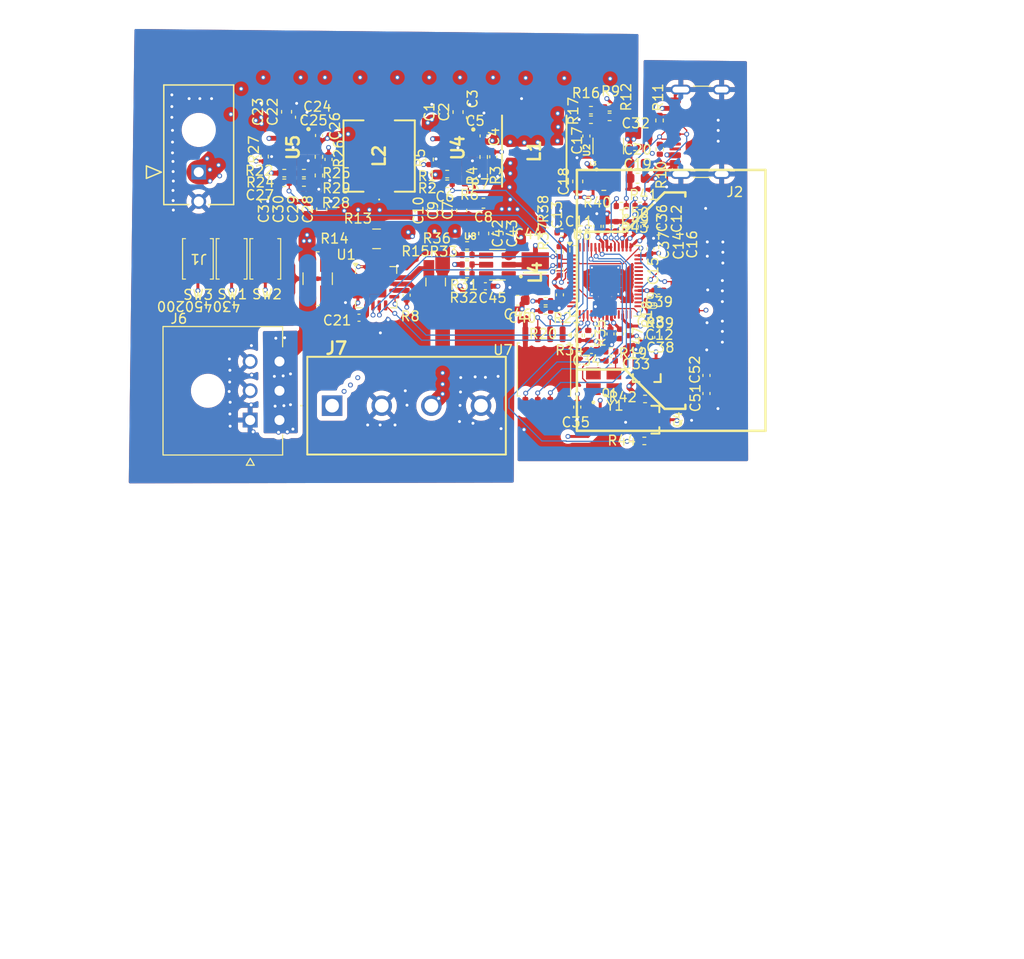
<source format=kicad_pcb>
(kicad_pcb (version 20241129) (generator "pcbnew") (generator_version "8.99")
  (layers (0 "F.Cu" signal) (4 "In1.Cu" signal) (6 "In2.Cu" signal) (2 "B.Cu" signal) (13 "F.Paste" user) (15 "B.Paste" user) (5 "F.SilkS" user "F.Silkscreen") (7 "B.SilkS" user "B.Silkscreen") (1 "F.Mask" user) (3 "B.Mask" user) (25 "Edge.Cuts" user) (39 "User.1" signal) (41 "User.2" signal) (43 "User.3" signal) (45 "User.4" signal) (47 "User.5" signal) (49 "User.6" signal) (51 "User.7" signal) (53 "User.8" signal) (55 "User.9" signal))
  (net 0 "")
  (net 1 "GND")
  (net 2 "/OLED Display/RES#")
  (net 3 "/Buck Converter 5V/SW")
  (net 4 "Net-(U4-BST)")
  (net 5 "/MCU/1.1V")
  (net 6 "Net-(U5-BST)")
  (net 7 "/Buck Converter 3.3V/SW")
  (net 8 "/MCU/XIN")
  (net 9 "Net-(J2-CC2)")
  (net 12 "/MCU/USB_P")
  (net 13 "Net-(J2-CC1)")
  (net 14 "/MCU/USB_M")
  (net 16 "/Buck Converter 5V/EN")
  (net 17 "/Buck Converter 5V/MODE")
  (net 18 "/Buck Converter 5V/V_{CC}")
  (net 19 "Net-(U4-PGOOD)")
  (net 20 "/MCU/XOUT")
  (net 21 "/MCU/QSPI_CS")
  (net 22 "/Buck Converter 3.3V/EN")
  (net 23 "/Buck Converter 3.3V/MODE")
  (net 24 "Net-(U5-PGOOD)")
  (net 25 "/MCU/CRIT")
  (net 26 "/MCU/WARN")
  (net 27 "/MCU/SDA")
  (net 28 "/MCU/SCL")
  (net 29 "Net-(U6-USB_DP)")
  (net 30 "Net-(U6-USB_DM)")
  (net 39 "/MCU/QSPI_SD1")
  (net 41 "/MCU/QSPI_SD3")
  (net 46 "/MCU/QSPI_SCLK")
  (net 47 "/MCU/QSPI_SD2")
  (net 50 "/MCU/QSPI_SD0")
  (net 55 "Net-(U4-FB)")
  (net 56 "Net-(U5-FB)")
  (net 57 "/Connectors/12V_{OUT}")
  (net 58 "/Connectors/5V_{OUT}")
  (net 59 "/Connectors/3.3V_{OUT}")
  (net 60 "Net-(U8-VBST)")
  (net 61 "/Inner Buck Converter 4V/SW")
  (net 62 "/Inner Buck Converter 4V/4V_{CC}")
  (net 63 "Net-(U9-VCOMH)")
  (net 64 "Net-(U1-PV)")
  (net 65 "Net-(U9-VCC)")
  (net 66 "Net-(U2-VBST)")
  (net 67 "/MCU/USB_BOOT")
  (net 68 "/MCU/RUN")
  (net 70 "Net-(U9-C2N)")
  (net 71 "/Buck Converter 5V/5V_{OUT}")
  (net 72 "Net-(U1-IN+1)")
  (net 73 "Net-(U1-IN-1)")
  (net 74 "Net-(U1-IN-2)")
  (net 75 "Net-(U1-IN+2)")
  (net 76 "Net-(U1-IN-3)")
  (net 77 "Net-(U1-IN+3)")
  (net 78 "/12V_{IN}")
  (net 79 "/Inner Buck Converter 3.3V/SW")
  (net 85 "Net-(C33-Pad1)")
  (net 87 "/Buck Converter 3.3V/3.3V_{OUT}")
  (net 88 "Net-(U2-SW)")
  (net 89 "/Buck Converter 3.3V/V_{CC}")
  (net 90 "/MCU/3.3V_{CC}")
  (net 91 "/Inner Buck Converter 3.3V/FB")
  (net 92 "/Inner Buck Converter 3.3V/EN")
  (net 93 "Net-(U9-C2P)")
  (net 94 "Net-(U9-C1N)")
  (net 95 "Net-(U9-C1P)")
  (net 96 "/OLED Display/V_{BAT}")
  (net 97 "Net-(Q1-Pad1)")
  (net 98 "/Inner Buck Converter 4V/EN")
  (net 99 "/Inner Buck Converter 4V/FB")
  (net 100 "Net-(U9-IREF)")
  (net 101 "/MCU/GPIO15")
  (footprint "Resistor_SMD:R_0402_1005Metric" (layer "F.Cu") (at 184.29875 77.9575 -90)
    (property "Reference" "R10")
    (property "Value" "5.1k")
  )
  (footprint "Resistor_SMD:R_0402_1005Metric" (layer "F.Cu") (at 162.54 81.49 180)
    (property "Reference" "R2")
    (property "Value" "51k")
  )
  (footprint "TPS56C230 KiCad:QFN45P300X300X100-21N-D" (layer "F.Cu") (at 146.765 77.77 -90)
    (property "Reference" "U5")
    (property "Value" "TPS56C230RJER" (hide yes))
  )
  (footprint "Resistor_SMD:R_0402_1005Metric" (layer "F.Cu") (at 172.615 93.5)
    (property "Reference" "R20")
    (property "Value" "10k")
  )
  (footprint "Capacitor_SMD:C_0402_1005Metric" (layer "F.Cu") (at 147.375 74.68 90)
    (property "Reference" "C24")
    (property "Value" "0.1uF")
  )
  (footprint "Capacitor_SMD:C_0402_1005Metric" (layer "F.Cu") (at 181.73 77.725)
    (property "Reference" "C32")
    (property "Value" "0.1uF")
  )
  (footprint "Resistor_SMD:R_0402_1005Metric" (layer "F.Cu") (at 179.28 98.65 180)
    (property "Reference" "R19")
    (property "Value" "50")
  )
  (footprint "Resistor_SMD:R_0402_1005Metric" (layer "F.Cu") (at 149.415 78.73 90)
    (property "Reference" "R26")
    (property "Value" "330k")
  )
  (footprint "Capacitor_SMD:C_0402_1005Metric" (layer "F.Cu") (at 166.45 91.975 180)
    (property "Reference" "C45")
    (property "Value" "0.1uF")
  )
  (footprint "SRP7028A-1R8M KiCAD:INDPM7366X300N" (layer "F.Cu") (at 171.45 78.15 -90)
    (property "Reference" "L1")
    (property "Value" "SRP7028A-1R8M" (hide yes))
  )
  (footprint "Capacitor_SMD:C_0402_1005Metric" (layer "F.Cu") (at 178.875 85.845 -90)
    (property "Reference" "C36")
    (property "Value" "0.1uF")
  )
  (footprint "Capacitor_SMD:C_0603_1608Metric" (layer "F.Cu") (at 146.7 84.075 90)
    (property "Reference" "C30")
    (property "Value" "47uF")
  )
  (footprint "Capacitor_SMD:C_0402_1005Metric" (layer "F.Cu") (at 179.825 85.845 -90)
    (property "Reference" "C37")
    (property "Value" "0.1uF")
  )
  (footprint "TPS561201DDCR:SOT95P280X110-6N" (layer "F.Cu") (at 167.68 89.775 180)
    (property "Reference" "U8")
    (property "Value" "TPS561201DDCR")
  )
  (footprint "Resistor_SMD:R_0402_1005Metric" (layer "F.Cu") (at 175.975 97.015 90)
    (property "Reference" "R34")
    (property "Value" "10k")
  )
  (footprint "Capacitor_SMD:C_0603_1608Metric" (layer "F.Cu") (at 145.2 84.075 90)
    (property "Reference" "C31")
    (property "Value" "47uF")
  )
  (footprint "Capacitor_SMD:C_0402_1005Metric" (layer "F.Cu") (at 180.795 85.8475 -90)
    (property "Reference" "C12")
    (property "Value" "0.1uF")
  )
  (footprint "Capacitor_SMD:C_0603_1608Metric" (layer "F.Cu") (at 149.7 84.1 90)
    (property "Reference" "C28")
    (property "Value" "47uF")
  )
  (footprint "Resistor_SMD:R_0402_1005Metric" (layer "F.Cu") (at 162.54 80.5)
    (property "Reference" "R1")
    (property "Value" "102k")
  )
  (footprint "Capacitor_SMD:C_0402_1005Metric" (layer "F.Cu") (at 166.264663 76.596885 90)
    (property "Reference" "C5")
    (property "Value" "0.1uF")
  )
  (footprint "Capacitor_SMD:C_0201_0603Metric" (layer "F.Cu") (at 165.03 82.3 180)
    (property "Reference" "C6")
    (property "Value" "68pF")
  )
  (footprint "Resistor_SMD:R_0402_1005Metric" (layer "F.Cu") (at 164.575 88.775)
    (property "Reference" "R33")
    (property "Value" "42.2k")
  )
  (footprint "430450601:MOLEX_430450601" (layer "F.Cu") (at 142.375 105.675 -90)
    (property "Reference" "J6")
    (property "Value" "430450601")
  )
  (footprint "Package_DFN_QFN:Texas_RGV0016A_VQFN-16-1EP_4x4mm_P0.65mm_EP2.1x2.1mm" (layer "F.Cu") (at 155.2625 92.075)
    (property "Reference" "U1")
    (property "Value" "INA3221")
  )
  (footprint "Capacitor_SMD:C_0402_1005Metric" (layer "F.Cu") (at 189.075 101.105 90)
    (property "Reference" "C52")
    (property "Value" "1uF")
  )
  (footprint "Capacitor_SMD:C_0603_1608Metric" (layer "F.Cu") (at 163.65 74.15 90)
    (property "Reference" "C2")
    (property "Value" "22uF")
  )
  (footprint "LIB_X096-2864TMBAG01-H30:X096-2864TMBAG01-H30" (layer "F.Cu") (at 186.1 93.425 90)
    (property "Reference" "U9")
    (property "Value" "~")
  )
  (footprint "Resistor_SMD:R_0402_1005Metric" (layer "F.Cu") (at 166.275 78.75 90)
    (property "Reference" "R3")
    (property "Value" "330k")
  )
  (footprint "282857-4_KiCad:2828574" (layer "F.Cu") (at 150.76 104.2)
    (property "Reference" "J7")
    (property "Value" "Screw_Terminal_01x04" (hide yes))
  )
  (footprint "Capacitor_SMD:C_0402_1005Metric" (layer "F.Cu") (at 177.3 98.5 180)
    (property "Reference" "C34")
    (property "Value" "10pF")
  )
  (footprint "Resistor_SMD:R_0402_1005Metric" (layer "F.Cu") (at 184.27375 75.0075 90)
    (property "Reference" "R11")
    (property "Value" "5.1k")
  )
  (footprint "Capacitor_SMD:C_0402_1005Metric" (layer "F.Cu") (at 184.125 84.225)
    (property "Reference" "C50")
    (property "Value" "2.2uF")
  )
  (footprint "Capacitor_SMD:C_0402_1005Metric" (layer "F.Cu") (at 180.22 96.8575 90)
    (property "Reference" "C12")
    (property "Value" "0.1uF")
  )
  (footprint "Button_Switch_SMD:SW_Push_SPST_NO_Alps_SKRK" (layer "F.Cu") (at 140.475 89.175 90)
    (property "Reference" "SW1")
    (property "Value" "SW_Push")
  )
  (footprint "Resistor_SMD:R_0402_1005Metric" (layer "F.Cu") (at 179.16 74.645)
    (property "Reference" "R12")
    (property "Value" "10k")
  )
  (footprint "Capacitor_SMD:C_0603_1608Metric" (layer "F.Cu") (at 182.025 79.425)
    (property "Reference" "C20")
    (property "Value" "22uF")
  )
  (footprint "Resistor_SMD:R_0402_1005Metric" (layer "F.Cu") (at 184.175 86.35)
    (property "Reference" "R43")
    (property "Value" "620k")
  )
  (footprint "ul_430450200:CON_430450200_MOL" (layer "F.Cu") (at 137.110352 80.3 180)
    (property "Reference" "J1")
    (property "Value" "430450200")
  )
  (footprint "Resistor_SMD:R_Shunt_Ohmite_LVK20" (layer "F.Cu") (at 149.285 91.205)
    (property "Reference" "R14")
    (property "Value" "R_Shunt")
  )
  (footprint "SRR0735HA-151M_KiCad:SRR0735HA151M" (layer "F.Cu") (at 155.575 78.65 90)
    (property "Reference" "L2")
    (property "Value" "SRR0735HA-151M" (hide yes))
  )
  (footprint "FDN335N:SSOT-3" (layer "F.Cu") (at 183.59 105.635 -90)
    (property "Reference" "Q4")
    (property "Value" "FDN335N")
  )
  (footprint "Capacitor_SMD:C_0603_1608Metric" (layer "F.Cu") (at 182.025 80.925)
    (property "Reference" "C19")
    (property "Value" "22uF")
  )
  (footprint "Capacitor_SMD:C_0603_1608Metric" (layer "F.Cu") (at 162.15 74.15 90)
    (property "Reference" "C1")
    (property "Value" "22uF")
  )
  (footprint "Resistor_SMD:R_0402_1005Metric" (layer "F.Cu") (at 172.615 94.475 180)
    (property "Reference" "R21")
    (property "Value" "10k")
  )
  (footprint "Capacitor_SMD:C_0402_1005Metric" (layer "F.Cu") (at 184.2 85.225)
    (property "Reference" "C49")
    (property "Value" "4.7uF")
  )
  (footprint "Resistor_SMD:R_0402_1005Metric" (layer "F.Cu") (at 166.275 80.66 90)
    (property "Reference" "R4")
    (property "Value" "15k")
  )
  (footprint "Resistor_SMD:R_0402_1005Metric" (layer "F.Cu") (at 174.05 88.435 -90)
    (property "Reference" "R37")
    (property "Value" "10k")
  )
  (footprint "Capacitor_SMD:C_0402_1005Metric" (layer "F.Cu") (at 176.785 76.605 90)
    (property "Reference" "C17")
    (property "Value" "0.1uF")
  )
  (footprint "Capacitor_SMD:C_0402_1005Metric" (layer "F.Cu") (at 181.75 85.85 -90)
    (property "Reference" "C14")
    (property "Value" "1uF")
  )
  (footprint "Capacitor_SMD:C_0603_1608Metric" (layer "F.Cu") (at 169.75 93.425 180)
    (property "Reference" "C46")
    (property "Value" "47uF")
  )
  (footprint "Capacitor_SMD:C_0603_1608Metric" (layer "F.Cu") (at 167.75 86.575 -90)
    (property "Reference" "C43")
    (property "Value" "22uF")
  )
  (footprint "Capacitor_SMD:C_0402_1005Metric" (layer "F.Cu") (at 179.25875 99.6 180)
    (property "Reference" "C33")
    (property "Value" "10pF")
  )
  (footprint "FDN338P:SSOT-3" (layer "F.Cu") (at 182.965 101.115 180)
    (property "Reference" "Q1")
    (property "Value" "FDN338P")
  )
  (footprint "Capacitor_SMD:C_0603_1608Metric" (layer "F.Cu") (at 146.1 74.125 90)
    (property "Reference" "C22")
    (property "Value" "22uF")
  )
  (footprint "Resistor_SMD:R_0402_1005Metric" (layer "F.Cu") (at 176.975 97.015 90)
    (property "Reference" "R35")
    (property "Value" "10k")
  )
  (footprint "Resistor_SMD:R_0402_1005Metric" (layer "F.Cu") (at 164.575 89.75)
    (property "Reference" "R31")
    (property "Value" "102k")
  )
  (footprint "TPS561201DDCR:SOT95P280X110-6N" (layer "F.Cu") (at 179.025 77.62 90)
    (property "Reference" "U2")
    (property "Value" "TPS561201DDCR")
  )
  (footprint "Capacitor_SMD:C_0201_0603Metric" (layer "F.Cu") (at 148.1 82.225 180)
    (property "Reference" "C27")
    (property "Value" "68pF")
  )
  (footprint "Capacitor_SMD:C_0603_1608Metric" (layer "F.Cu") (at 164.025 84.225 90)
    (property "Reference" "C7")
    (property "Value" "47uF")
  )
  (footprint "Capacitor_SMD:C_0402_1005Metric" (layer "F.Cu") (at 168.95 86.005 -90)
    (property "Reference" "C44")
    (property "Value" "0.1uF")
  )
  (footprint "Capacitor_SMD:C_0603_1608Metric" (layer "F.Cu") (at 166.25 83.475 180)
    (property "Reference" "C8")
    (property "Value" "47uF")
  )
  (footprint "Capacitor_SMD:C_0402_1005Metric" (layer "F.Cu") (at 183.325 88.155 -90)
    (property "Reference" "C15")
    (property "Value" "0.1uF")
  )
  (footprint "Capacitor_SMD:C_0603_1608Metric" (layer "F.Cu") (at 166.275 86.575 -90)
    (property "Reference" "C42")
    (property "Value" "22uF")
  )
  (footprint "Button_Switch_SMD:SW_Push_SPST_NO_Alps_SKRK" (layer "F.Cu") (at 137.025 89.175 90)
    (property "Reference" "SW3")
    (property "Value" "SW_Push")
  )
  (footprint "Resistor_SMD:R_0402_1005Metric" (layer "F.Cu") (at 145.865 80.4)
    (property "Reference" "R22")
    (property "Value" "102k")
  )
  (footprint "Resistor_SMD:R_0402_1005Metric" (layer "F.Cu") (at 177.25 74.935 180)
    (property "Reference" "R17")
    (property "Value" "51k")
  )
  (footprint "Capacitor_SMD:C_0603_1608Metric" (layer "F.Cu") (at 175.9 81.25 90)
    (property "Reference" "C18")
    (property "Value" "47uF")
  )
  (footprint "Resistor_SMD:R_0402_1005Metric" (layer "F.Cu") (at 147.875 81.365 180)
    (property "Reference" "R28")
    (property "Value" "90k")
  )
  (footprint "FL1200138:XTAL_FL1200138" (layer "F.Cu") (at 178.55 101.71 90)
    (property "Reference" "Y1")
    (property "Value" "FL1200138")
  )
  (footprint "Package_DFN_QFN:QFN-56-1EP_7x7mm_P0.4mm_EP3.2x3.2mm_ThermalVias" (layer "F.Cu") (at 178.7 91.425)
    (property "Reference" "U6")
    (property "Value" "RP2040")
  )
  (footprint "Resistor_SMD:R_0402_1005Metric" (layer "F.Cu") (at 177.25 73.96)
    (property "Reference" "R16")
    (property "Value" "102k")
  )
  (footprint "Capacitor_SMD:C_0402_1005Metric" (layer "F.Cu") (at 174.075 92.855 90)
    (property "Reference" "C40")
    (property "Value" "0.1uF")
  )
  (footprint "Resistor_SMD:R_0402_1005Metric" (layer "F.Cu") (at 181.17 96.525 90)
    (property "Reference" "R39")
    (property "Value" "10k")
  )
  (footprint "Resistor_SMD:R_0402_1005Metric" (layer "F.Cu") (at 180.35875 83.7725 180)
    (property "Reference" "R40")
    (property "Value" "27")
  )
  (footprint "Resistor_SMD:R_Shunt_Ohmite_LVK12" (layer "F.Cu") (at 155.3125 87.125 -90)
    (property "Reference" "R13")
    (property "Value" "R_Shunt")
  )
  (footprint "Capacitor_SMD:C_0402_1005Metric" (layer "F.Cu") (at 150.395 79 90)
    (property "Reference" "C26")
    (property "Value" "1uF")
  )
  (footprint "Capacitor_SMD:C_0603_1608Metric" (layer "F.Cu") (at 148.2 84.1 90)
    (property "Reference" "C29")
    (property "Value" "47uF")
  )
  (footprint "Resistor_SMD:R_0402_1005Metric" (layer "F.Cu") (at 147.875 80.4)
    (property "Reference" "R29")
    (property "Value" "20k")
  )
  (footprint "Capacitor_SMD:C_0402_1005Metric" (layer "F.Cu") (at 174.275 86.475)
    (property "Reference" "C13")
    (property "Value" "0.1uF")
  )
  (footprint "SRP3212A-4R7M_KiCad:INDC3225X120N" (layer "F.Cu") (at 171.55 90.575 -90)
    (property "Reference" "L4")
    (property "Value" "SRP3212A-4R7M" (hide yes))
  )
  (footprint "Resistor_SMD:R_0402_1005Metric" (layer "F.Cu") (at 164.815 80.45)
    (property "Reference" "R7")
    (property "Value" "15k")
  )
  (footprint "Resistor_SMD:R_0402_1005Metric" (layer "F.Cu") (at 174.05 90.335 90)
    (property "Reference" "R38")
    (property "Value" "10k")
  )
  (footprint "Resistor_SMD:R_0402_1005Metric" (layer "F.Cu") (at 164.575 87.8 180)
    (property "Reference" "R36")
    (property "Value" "10k")
  )
  (footprint "Resistor_SMD:R_0402_1005Metric" (layer "F.Cu") (at 143.85 78.71 -90)
    (property "Reference" "R27")
    (property "Value" "100k")
  )
  (footprint "Capacitor_SMD:C_0402_1005Metric" (layer "F.Cu") (at 183.19 97.21 90)
    (property "Reference" "C47")
    (property "Value" "1uF")
  )
  (footprint "Resistor_SMD:R_0402_1005Metric" (layer "F.Cu") (at 160.74 79.01 -90)
    (property "Reference" "R5")
    (property "Value" "100k")
  )
  (footprint "MLP2520S3R3ST0S1:INDC2520X120N" (layer "F.Cu") (at 178.572 81.1 180)
    (property "Reference" "L3")
    (property "Value" "MLP2520S3R3ST0S1")
  )
  (footprint "Resistor_SMD:R_0402_1005Metric" (layer "F.Cu") (at 182.79 103.515)
    (property "Reference" "R42")
    (property "Value" "47k")
  )
  (footprint "Capacitor_SMD:C_0402_1005Metric" (layer "F.Cu") (at 175.85 104.345 90)
    (property "Reference" "C35")
    (property "Value" "1uF")
  )
  (footprint "Capacitor_SMD:C_0402_1005Metric" (layer "F.Cu") (at 158.3875 92.895 -90)
    (property "Reference" "R8")
    (property "Value" "10k")
  )
  (footprint "Capacitor_SMD:C_0402_1005Metric" (layer "F.Cu") (at 184.14 97.21 90)
    (property "Reference" "C48")
    (property "Value" "1uF")
  )
  (footprint "Resistor_SMD:R_0402_1005Metric" (layer "F.Cu") (at 179.16 73.67 180)
    (property "Reference" "R9")
    (property "Value" "33.2k")
  )
  (footprint "Button_Switch_SMD:SW_Push_SPST_NO_Alps_SKRK" (layer "F.Cu") (at 143.925 89.175 90)
    (property "Reference" "SW2")
    (property "Value" "SW_Push")
  )
  (footprint "Resistor_SMD:R_0402_1005Metric" (layer "F.Cu") (at 145.865 81.39 180)
    (property "Reference" "R24")
    (property "Value" "51k")
  )
  (footprint "TPS56C230 KiCad:QFN45P300X300X100-21N-D" (layer "F.Cu") (at 163.634663 77.806885 -90)
    (property "Reference" "U4")
    (property "Value" "TPS56C230RJER" (hide yes))
  )
  (footprint "Package_SO:SOIC-8_5.23x5.23mm_P1.27mm" (layer "F.Cu") (at 172.445 100.5 -90)
    (property "Reference" "U7")
    (property "Value" "W25Q32JVSS")
  )
  (footprint "Connector_USB:USB_C_Receptacle_GCT_USB4105-xx-A_16P_TopMnt_Horizontal" (layer "F.Cu") (at 189.55375 76.1725 90)
    (property "Reference" "J2")
    (property "Value" "USB_C_Receptacle_USB2.0_16P")
  )
  (footprint "Capacitor_SMD:C_0402_1005Metric" (layer "F.Cu") (at 179.25 96.855 90)
    (property "Reference" "C38")
    (property "Value" "0.1uF")
  )
  (footprint "Capacitor_SMD:C_0402_1005Metric" (layer "F.Cu") (at 153.5125 95.2 180)
    (property "Reference" "C21")
    (property "Value" "0.1uF")
  )
  (footprint "Capacitor_SMD:C_0402_1005Metric" (layer "F.Cu") (at 189.075 102.955 90)
    (property "Reference" "C51")
    (property "Value" "1uF")
  )
  (footprint "Resistor_SMD:R_0402_1005Metric" (layer "F.Cu") (at 184.1 93.875 -90)
    (property "Reference" "R18")
    (property "Value" "4.7k")
  )
  (footprint "Resistor_SMD:R_0402_1005Metric" (layer "F.Cu") (at 164.815 81.44 180)
    (property "Reference" "R6")
    (property "Value" "110k")
  )
  (footprint "Capacitor_SMD:C_0402_1005Metric" (layer "F.Cu") (at 177.925 85.845 -90)
    (property "Reference" "C11")
    (property "Value" "0.1uF")
  )
  (footprint "Resistor_SMD:R_0402_1005Metric" (layer "F.Cu") (at 182.715 107.81)
    (property "Reference" "R44")
    (property "Value" "47k")
  )
  (footprint "Capacitor_SMD:C_0603_1608Metric" (layer "F.Cu") (at 144.6 74.125 90)
    (property "Reference" "C23")
    (property "Value" "22uF")
  )
  (footprint "Resistor_SMD:R_0402_1005Metric" (layer "F.Cu") (at 149.415 80.64 90)
    (property "Reference" "R25")
    (property "Value" "15k")
  )
  (footprint "Capacitor_SMD:C_0402_1005Metric" (layer "F.Cu") (at 167.255 78.73 90)
    (property "Reference" "C4")
    (property "Value" "1uF")
  )
  (footprint "Capacitor_SMD:C_0402_1005Metric" (layer "F.Cu") (at 149.425 76.55 90)
    (property "Reference" "C25")
    (property "Value" "0.1uF")
  )
  (footprint "Capacitor_SMD:C_0603_1608Metric" (layer "F.Cu") (at 162.525 84.225 90)
    (property "Reference" "C9")
    (property "Value" "47uF")
  )
  (footprint "Capacitor_SMD:C_0402_1005Metric" (layer "F.Cu") (at 164.875 74.725 90)
    (property "Reference" "C3")
    (property "Value" "0.1uF")
  )
  (footprint "Capacitor_SMD:C_0402_1005Metric" (layer "F.Cu") (at 184.195 92.425 180)
    (property "Reference" "C39")
    (property "Value" "0.1uF")
  )
  (footprint "Resistor_SMD:R_0402_1005Metric" (layer "F.Cu") (at 164.575 90.725 180)
    (property "Reference" "R32")
    (property "Value" "51k")
  )
  (footprint "Capacitor_SMD:C_0603_1608Metric" (layer "F.Cu") (at 161.025 84.225 90)
    (property "Reference" "C10")
    (property "Value" "47uF")
  )
  (footprint "Resistor_SMD:R_0402_1005Metric" (layer "F.Cu") (at 182.27375 83.7575 180)
    (property "Value" "27")
    (property "Reference" "R41")
  )
  (footprint "Resistor_SMD:R_Shunt_Ohmite_LVK12" (layer "F.Cu") (at 161.3625 91.55 180)
    (property "Reference" "R15")
    (property "Value" "R_Shunt")
  )
  (footprint "Capacitor_SMD:C_0402_1005Metric" (layer "F.Cu") (at 182.725 85.875 -90)
    (property "Reference" "C16")
    (property "Value" "0.1uF")
  )
  (via (at 183.525 78.375) (size 0.5) (drill 0.3) (layers "F.Cu" "B.Cu") (net 0))
  (segment (start 165.365 86.87) (end 164.84 86.87) (width 0.3) (layer "F.Cu") (net 1))
  (segment (start 166.275 81.17) (end 166.27 81.17) (width 0.3) (layer "F.Cu") (net 1))
  (segment (start 157.1375 90.2125) (end 157.45 89.9) (width 0.3) (layer "F.Cu") (net 1))
  (segment (start 168.95 92.1) (end 168.95 93.105) (width 0.3) (layer "F.Cu") (net 1))
  (segment (start 150.395 81.025) (end 150.52 81.15) (width 0.3) (layer "F.Cu") (net 1))
  (segment (start 188.955 83.975) (end 188.99 84.01) (width 0.3) (layer "F.Cu") (net 1))
  (segment (start 161.643115 78.706885) (end 161.4 78.95) (width 0.3) (layer "F.Cu") (net 1))
  (segment (start 146.765 77.77) (end 147.977337 77.77) (width 0.3) (layer "F.Cu") (net 1))
  (segment (start 149.675 83.3) (end 149.7 83.325) (width 0.3) (layer "F.Cu") (net 1))
  (segment (start 164.065 90.745) (end 165 91.68) (width 0.3) (layer "F.Cu") (net 1))
  (segment (start 177.96875 99.5725) (end 178.75125 99.5725) (width 0.3) (layer "F.Cu") (net 1))
  (segment (start 177.71 94.06) (end 177.71 94.8525) (width 0.3) (layer "F.Cu") (net 1))
  (segment (start 186.9 97.275) (end 190.275 97.275) (width 0.3) (layer "F.Cu") (net 1))
  (segment (start 165.845 87.35) (end 165.365 86.87) (width 0.3) (layer "F.Cu") (net 1))
  (segment (start 145.315 78.67) (end 144.61 78.67) (width 0.3) (layer "F.Cu") (net 1))
  (segment (start 183.75 79.425) (end 183.8 79.475) (width 0.3) (layer "F.Cu") (net 1))
  (segment (start 186.9 98.675) (end 188.915 98.675) (width 0.3) (layer "F.Cu") (net 1))
  (segment (start 183.66 86.355) (end 183.665 86.35) (width 0.3) (layer "F.Cu") (net 1))
  (segment (start 175.85 105.6) (end 175.85 104.825) (width 0.3) (layer "F.Cu") (net 1))
  (segment (start 167.75 87.35) (end 166.275 87.35) (width 0.3) (layer "F.Cu") (net 1))
  (segment (start 163.634663 77.806885) (end 163.634663 79.256885) (width 0.3) (layer "F.Cu") (net 1))
  (segment (start 177.71 94.8525) (end 177.7 94.8625) (width 0.3) (layer "F.Cu") (net 1))
  (segment (start 165.55 80.45) (end 165.825 80.725) (width 0.3) (layer "F.Cu") (net 1))
  (segment (start 164.065 90.725) (end 164.065 90.745) (width 0.3) (layer "F.Cu") (net 1))
  (segment (start 178 100.41) (end 177.5 100.91) (width 0.3) (layer "F.Cu") (net 1))
  (segment (start 166.275 87.35) (end 165.845 87.35) (width 0.3) (layer "F.Cu") (net 1))
  (segment (start 148.385 80.4) (end 148.661222 80.4) (width 0.5) (layer "F.Cu") (net 1))
  (segment (start 184.99875 80.2475) (end 184.99875 81.8075) (width 0.3) (layer "F.Cu") (net 1))
  (segment (start 185.87375 79.3725) (end 184.99875 80.2475) (width 0.3) (layer "F.Cu") (net 1))
  (segment (start 184.675 92.425) (end 184.725 92.375) (width 0.3) (layer "F.Cu") (net 1))
  (segment (start 185.87375 79.4425) (end 185.87375 79.3725) (width 0.3) (layer "F.Cu") (net 1))
  (segment (start 168.615 86.485) (end 167.75 87.35) (width 0.3) (layer "F.Cu") (net 1))
  (segment (start 148.003337 77.796) (end 148.215 77.796) (width 0.3) (layer "F.Cu") (net 1))
  (segment (start 163.634663 77.806885) (end 165.084663 77.806885) (width 0.3) (layer "F.Cu") (net 1))
  (segment (start 178.7 91.425) (end 178.18 91.945) (width 0.3) (layer "F.Cu") (net 1))
  (segment (start 168.95 93.105) (end 169.27 93.425) (width 0.3) (layer "F.Cu") (net 1))
  (segment (start 189.175 92.375) (end 189.2 92.35) (width 0.3) (layer "F.Cu") (net 1))
  (segment (start 149.411222 81.15) (end 149.415 81.15) (width 0.5) (layer "F.Cu") (net 1))
  (segment (start 181.74 85.36) (end 181.75 85.37) (width 0.3) (layer "F.Cu") (net 1))
  (segment (start 175.825 78.825) (end 175.825 80.4) (width 0.3) (layer "F.Cu") (net 1))
  (segment (start 164.065 87.8) (end 164.065 87.645) (width 0.3) (layer "F.Cu") (net 1))
  (segment (start 152.13 93.157501) (end 152.13 93.65) (width 0.3) (layer "F.Cu") (net 1))
  (segment (start 150.395 79.48) (end 150.395 81.025) (width 0.3) (layer "F.Cu") (net 1))
  (segment (start 165.325 80.45) (end 165.55 80.45) (width 0.3) (layer "F.Cu") (net 1))
  (segment (start 145.315 77.77) (end 145.315 77.345) (width 0.3) (layer "F.Cu") (net 1))
  (segment (start 175.875 78.775) (end 175.825 78.825) (width 0.3) (layer "F.Cu") (net 1))
  (segment (start 148.32 79.13) (end 148.32 78.775) (width 0.3) (layer "F.Cu") (net 1))
  (segment (start 162.184663 77.806885) (end 162.184663 77.381885) (width 0.3) (layer "F.Cu") (net 1))
  (segment (start 147.977337 77.77) (end 148.003337 77.796) (width 0.3) (layer "F.Cu") (net 1))
  (segment (start 148.661222 80.4) (end 149.411222 81.15) (width 0.5) (layer "F.Cu") (net 1))
  (segment (start 181.74 84.68) (end 181.74 85.36) (width 0.3) (layer "F.Cu") (net 1))
  (segment (start 165.12 78.742222) (end 165.084663 78.706885) (width 0.3) (layer "F.Cu") (net 1))
  (segment (start 182.49 107.075) (end 183.225 107.81) (width 0.3) (layer "F.Cu") (net 1))
  (segment (start 186.925 88.9) (end 186.9 88.875) (width 0.3) (layer "F.Cu") (net 1))
  (segment (start 181.775 85.395) (end 181.75 85.37) (width 0.3) (layer "F.Cu") (net 1))
  (segment (start 146.73 77.77) (end 146.6 77.77) (width 0.3) (layer "F.Cu") (net 1))
  (segment (start 146.765 77.77) (end 146.96 77.77) (width 0.3) (layer "F.Cu") (net 1))
  (segment (start 156.2375 90.2125) (end 157.1375 90.2125) (width 0.3) (layer "F.Cu") (net 1))
  (segment (start 178.18 92.01) (end 178.115 92.01) (width 0.3) (layer "F.Cu") (net 1))
  (segment (start 186.9 95.875) (end 188.965 95.875) (width 0.3) (layer "F.Cu") (net 1))
  (segment (start 189.16 88.9) (end 186.925 88.9) (width 0.3) (layer "F.Cu") (net 1))
  (segment (start 165.12 79.14) (end 165.12 78.742222) (width 0.3) (layer "F.Cu") (net 1))
  (segment (start 153.4 92.4) (end 152.887501 92.4) (width 0.3) (layer "F.Cu") (net 1))
  (segment (start 178.75125 99.5725) (end 178.77875 99.6) (width 0.3) (layer "F.Cu") (net 1))
  (segment (start 182.49 106.585) (end 182.49 107.075) (width 0.3) (layer "F.Cu") (net 1))
  (segment (start 149.4 83.025) (end 149.7 83.325) (width 0.3) (layer "F.Cu") (net 1))
  (segment (start 180.2175 97.335) (end 180.22 97.3375) (width 0.3) (layer "F.Cu") (net 1))
  (segment (start 175.825 80.4) (end 175.9 80.475) (width 0.3) (layer "F.Cu") (net 1))
  (segment (start 186.935 87.44) (end 186.9 87.475) (width 0.3) (layer "F.Cu") (net 1))
  (segment (start 176.05 98.9) (end 176.42 98.9) (width 0.3) (layer "F.Cu") (net 1))
  (segment (start 174.075 94.125) (end 174 94.2) (width 0.3) (layer "F.Cu") (net 1))
  (segment (start 178.115 92.01) (end 177.7 92.425) (width 0.3) (layer "F.Cu") (net 1))
  (segment (start 152.887501 92.4) (end 152.13 93.157501) (width 0.3) (layer "F.Cu") (net 1))
  (segment (start 186.9 93.775) (end 186.9 92.375) (width 0.3) (layer "F.Cu") (net 1))
  (segment (start 189.16 87.44) (end 186.935 87.44) (width 0.3) (layer "F.Cu") (net 1))
  (segment (start 154.2875 93.9375) (end 154.2875 94.905) (width 0.5) (layer "F.Cu") (net 1))
  (segment (start 144.61 78.67) (end 144.57 78.71) (width 0.3) (layer "F.Cu") (net 1))
  (segment (start 166.27 81.17) (end 165.825 80.725) (width 0.3) (layer "F.Cu") (net 1))
  (segment (start 146.765 77.77) (end 145.315 77.77) (width 0.3) (layer "F.Cu") (net 1))
  (segment (start 168.95 86.485) (end 168.615 86.485) (width 0.3) (layer "F.Cu") (net 1))
  (segment (start 178.075 78.775) (end 175.875 78.775) (width 0.3) (layer "F.Cu") (net 1))
  (segment (start 184.725 92.375) (end 186.9 92.375) (width 0.3) (layer "F.Cu") (net 1))
  (segment (start 146.96 77.77) (end 146.985 77.795) (width 0.3) (layer "F.Cu") (net 1))
  (segment (start 188.915 98.675) (end 189.1 98.49) (width 0.3) (layer "F.Cu") (net 1))
  (segment (start 146.765 77.77) (end 146.765 79.22) (width 0.3) (layer "F.Cu") (net 1))
  (segment (start 186.9 95.175) (end 186.9 95.875) (width 0.3) (layer "F.Cu") (net 1))
  (segment (start 186.9 92.375) (end 189.175 92.375) (width 0.3) (layer "F.Cu") (net 1))
  (segment (start 190.275 97.275) (end 190.7 97.7) (width 0.3) (layer "F.Cu") (net 1))
  (segment (start 148.32 78.775) (end 148.215 78.67) (width 0.3) (layer "F.Cu") (net 1))
  (segment (start 185.87375 72.4275) (end 186.44875 71.8525) (width 0.3) (layer "F.Cu") (net 1))
  (segment (start 154.2875 94.905) (end 153.9925 95.2) (width 0.5) (layer "F.Cu") (net 1))
  (segment (start 183.66 87.07) (end 183.66 86.355) (width 0.3) (layer "F.Cu") (net 1))
  (segment (start 186.9 83.975) (end 188.955 83.975) (width 0.3) (layer "F.Cu") (net 1))
  (segment (start 162.184663 77.806885) (end 163.634663 77.806885) (width 0.3) (layer "F.Cu") (net 1))
  (segment (start 178.18 91.945) (end 178.18 92.01) (width 0.3) (layer "F.Cu") (net 1))
  (segment (start 185.87375 72.9725) (end 185.87375 72.4275) (width 0.3) (layer "F.Cu") (net 1))
  (segment (start 188.965 95.875) (end 189.13 95.71) (width 0.3) (layer "F.Cu") (net 1))
  (segment (start 174.075 93.335) (end 174.075 94.125) (width 0.3) (layer "F.Cu") (net 1))
  (segment (start 146.75 77.77) (end 146.74 77.78) (width 0.3) (layer "F.Cu") (net 1))
  (segment (start 176.42 98.9) (end 176.82 98.5) (width 0.3) (layer "F.Cu") (net 1))
  (segment (start 186.9 86.775) (end 186.9 89.575) (width 0.3) (layer "F.Cu") (net 1))
  (segment (start 146.74 77.78) (end 146.73 77.77) (width 0.3) (layer "F.Cu") (net 1))
  (segment (start 162.184663 78.706885) (end 161.643115 78.706885) (width 0.3) (layer "F.Cu") (net 1))
  (segment (start 164.065 87.645) (end 164.84 86.87) (width 0.3) (layer "F.Cu") (net 1))
  (via (at 190.7 95.55) (size 0.5) (drill 0.3) (layers "F.Cu" "B.Cu") (net 1))
  (via (at 189.13 95.71) (size 0.5) (drill 0.3) (layers "F.Cu" "B.Cu") (net 1))
  (via (at 183.8 79.475) (size 0.5) (drill 0.3) (layers "F.Cu" "B.Cu") (net 1))
  (via (at 160.96 73.36) (size 0.5) (drill 0.3) (layers "F.Cu" "B.Cu") (net 1))
  (via (at 142.675 106.875) (size 0.5) (drill 0.3) (layers "F.Cu" "B.Cu") (net 1))
  (via (at 158.425 104.15) (size 0.5) (drill 0.3) (layers "F.Cu" "B.Cu") (net 1))
  (via (at 179.375 97.95) (size 0.5) (drill 0.3) (layers "F.Cu" "B.Cu") (net 1))
  (via (at 160.775 81.85) (size 0.5) (drill 0.3) (layers "F.Cu" "B.Cu") (net 1))
  (via (at 189.1 98.49) (size 0.5) (drill 0.3) (layers "F.Cu" "B.Cu") (net 1))
  (via (at 163.85 104.175) (size 0.5) (drill 0.3) (layers "F.Cu" "B.Cu") (net 1))
  (via (at 157.2 106.175) (size 0.5) (drill 0.3) (layers "F.Cu" "B.Cu") (net 1))
  (via (at 181.85 98.45) (size 0.5) (drill 0.3) (layers "F.Cu" "B.Cu") (net 1))
  (via (at 144.17 83.28) (size 0.5) (drill 0.3) (layers "F.Cu" "B.Cu") (net 1))
  (via (at 181.74 84.68) (size 0.5) (drill 0.3) (layers "F.Cu" "B.Cu") (net 1))
  (via (at 176.05 98.9) (size 0.5) (drill 0.3) (layers "F.Cu" "B.Cu") (net 1))
  (via (at 137.225 72.775) (size 0.5) (drill 0.3) (layers "F.Cu" "B.Cu") (net 1))
  (via (at 138.425 72.775) (size 0.5) (drill 0.3) (layers "F.Cu" "B.Cu") (net 1))
  (via (at 166.3 74.25) (size 0.5) (drill 0.3) (layers "F.Cu" "B.Cu") (net 1))
  (via (at 168.95 92.1) (size 0.5) (drill 0.3) (layers "F.Cu" "B.Cu") (net 1))
  (via (at 177.96875 99.5725) (size 0.5) (drill 0.3) (layers "F.Cu" "B.Cu") (net 1))
  (via (at 173.82 85.84) (size 0.5) (drill 0.3) (layers "F.Cu" "B.Cu") (net 1))
  (via (at 134.36 73.59) (size 0.5) (drill 0.3) (layers "F.Cu" "B.Cu") (net 1))
  (via (at 156.5 95.4) (size 0.5) (drill 0.3) (layers "F.Cu" "B.Cu") (net 1))
  (via (at 140.325 106.3) (size 0.5) (drill 0.3) (layers "F.Cu" "B.Cu") (net 1))
  (via (at 134.36 74.69) (size 0.5) (drill 0.3) (layers "F.Cu" "B.Cu") (net 1))
  (via (at 165.4 101.25) (size 0.5) (drill 0.3) (layers "F.Cu" "B.Cu") (net 1))
  (via (at 165.825 80.725) (size 0.5) (drill 0.3) (layers "F.Cu" "B.Cu") (net 1))
  (via (at 134.51 84.18) (size 0.5) (drill 0.3) (layers "F.Cu" "B.Cu") (net 1))
  (via (at 187.55 105.7) (size 0.5) (drill 0.3) (layers "F.Cu" "B.Cu") (net 1))
  (via (at 143.475 73.25) (size 0.5) (drill 0.3) (layers "F.Cu" "B.Cu") (net 1))
  (via (at 154.4 106.175) (size 0.5) (drill 0.3) (layers "F.Cu" "B.Cu") (net 1))
  (via (at 184.15 95.55) (size 0.5) (drill 0.3) (layers "F.Cu" "B.Cu") (net 1))
  (via (at 190.7 97.7) (size 0.5) (drill 0.3) (layers "F.Cu" "B.Cu") (net 1))
  (via (at 142.5 98.05) (size 0.5) (drill 0.3) (layers "F.Cu" "B.Cu") (net 1))
  (via (at 190.27375 77.1325) (size 0.5) (drill 0.3) (layers "F.Cu" "B.Cu") (net 1))
  (via (at 174 94.2) (size 0.5) (drill 0.3) (layers "F.Cu" "B.Cu") (net 1))
  (via (at 134.425 78.325) (size 0.5) (drill 0.3) (layers "F.Cu" "B.Cu") (net 1))
  (via (at 190.75 88.5) (size 0.5) (drill 0.3) (layers "F.Cu" "B.Cu") (net 1))
  (via (at 190.7 91.4) (size 0.5) (drill 0.3) (layers "F.Cu" "B.Cu") (net 1))
  (via (at 165.12 79.14) (size 0.5) (drill 0.3) (layers "F.Cu" "B.Cu") (net 1))
  (via (at 149.4 82.05) (size 0.5) (drill 0.3) (layers "F.Cu" "B.Cu") (net 1))
  (via (at 134.51 81.21) (size 0.5) (drill 0.3) (layers "F.Cu" "B.Cu") (net 1))
  (via (at 190.7 96.6) (size 0.5) (drill 0.3) (layers "F.Cu" "B.Cu") (net 1))
  (via (at 140.325 103.85) (size 0.5) (drill 0.3) (layers "F.Cu" "B.Cu") (net 1))
  (via (at 148.19 74.18) (size 0.5) (drill 0.3) (layers "F.Cu" "B.Cu") (net 1))
  (via (at 183.75 83.425) (size 0.5) (drill 0.3) (layers "F.Cu" "B.Cu") (net 1))
  (via (at 163.925 101.325) (size 0.5) (drill 0.3) (layers "F.Cu" "B.Cu") (net 1))
  (via (at 175.825 78.825) (size 0.5) (drill 0.3) (layers "F.Cu" "B.Cu") (net 1))
  (via (at 142.525 101.075) (size 0.5) (drill 0.3) (layers "F.Cu" "B.Cu") (net 1))
  (via (at 190.7 92.45) (size 0.5) (drill 0.3) (layers "F.Cu" "B.Cu") (net 1))
  (via (at 174.15 84.25) (size 0.5) (drill 0.3) (layers "F.Cu" "B.Cu") (net 1))
  (via (at 158.25 102.675) (size 0.5) (drill 0.3) (layers "F.Cu" "B.Cu") (net 1))
  (via (at 189.2 92.35) (size 0.5) (drill 0.3) (layers "F.Cu" "B.Cu") (net 1))
  (via (at 142.475 104.125) (size 0.5) (drill 0.3) (layers "F.Cu" "B.Cu") (net 1))
  (via (at 183.66 87.07) (size 0.5) (drill 0.3) (layers "F.Cu" "B.Cu") (net 1))
  (via (at 175.85 105.6) (size 0.5) (drill 0.3) (layers "F.Cu" "B.Cu") (net 1))
  (via (at 167.75 101.2) (size 0.5) (drill 0.3) (layers "F.Cu" "B.Cu") (net 1))
  (via (at 146.765 77.77) (size 0.5) (drill 0.3) (layers "F.Cu" "B.Cu") (net 1))
  (via (at 134.49 80.24) (size 0.5) (drill 0.3) (layers "F.Cu" "B.Cu") (net 1))
  (via (at 180.8 105.9) (size 0.5) (drill 0.3) (layers "F.Cu" "B.Cu") (net 1))
  (via (at 161.4 78.95) (size 0.5) (drill 0.3) (layers "F.Cu" "B.Cu") (net 1))
  (via (at 190.25 104.5) (size 0.5) (drill 0.3) (layers "F.Cu" "B.Cu") (net 1))
  (via (at 148.32 79.13) (size 0.5) (drill 0.3) (layers "F.Cu" "B.Cu") (net 1))
  (via (at 134.475 79.205) (size 0.5) (drill 0.3) (layers "F.Cu" "B.Cu") (net 1))
  (via (at 147.13 73.26) (size 0.5) (drill 0.3) (layers "F.Cu" "B.Cu") (net 1))
  (via (at 140.275 101.775) (size 0.5) (drill 0.3) (layers "F.Cu" "B.Cu") (net 1))
  (via (at 189.16 88.9) (size 0.5) (drill 0.3) (layers "F.Cu" "B.Cu") (net 1))
  (via (at 155.7 96.75) (size 0.5) (drill 0.3) (layers "F.Cu" "B.Cu") (net 1))
  (via (at 164.84 86.87) (size 0.5) (drill 0.3) (layers "F.Cu" "B.Cu") (net 1))
  (via (at 157.45 89.9) (size 0.5) (drill 0.3) (layers "F.Cu" "B.Cu") (net 1))
  (via (at 136.125 72.775) (size 0.5) (drill 0.3) (layers "F.Cu" "B.Cu") (net 1))
  (via (at 184.99875 81.8075) (size 0.5) (drill 0.3) (layers "F.Cu" "B.Cu") (net 1))
  (via (at 190.75 87.45) (size 0.5) (drill 0.3) (layers "F.Cu" "B.Cu") (net 1))
  (via (at 190.27375 74.9825) (size 0.5) (drill 0.3) (layers "F.Cu" "B.Cu") (net 1))
  (via (at 188.99 84.01) (size 0.5) (drill 0.3) (layers "F.Cu" "B.Cu") (net 1))
  (via (at 190.75 89.6) (size 0.5) (drill 0.3) (layers "F.Cu" "B.Cu") (net 1))
  (via (at 134.475 82.175) (size 0.5) (drill 0.3) (layers "F.Cu" "B.Cu") (net 1))
  (via (at 140.3 100.575) (size 0.5) (drill 0.3) (layers "F.Cu" "B.Cu") (net 1))
  (via (at 183.875 80.95) (size 0.5) (drill 0.3) (layers "F.Cu" "B.Cu") (net 1))
  (via (at 172.25 84.25) (size 0.5) (drill 0.3) (layers "F.Cu" "B.Cu") (net 1))
  (via (at 178.875 84.575) (size 0.5) (drill 0.3) (layers "F.Cu" "B.Cu") (net 1))
  (via (at 177.71 94.06) (size 0.5) (drill 0.3) (layers "F.Cu" "B.Cu") (net 1))
  (via (at 165.175 106) (size 0.5) (drill 0.3) (layers "F.Cu" "B.Cu") (net 1))
  (via (at 170.4 106.65) (size 0.5) (drill 0.3) (layers "F.Cu" "B.Cu") (net 1))
  (via (at 134.36 72.39) (size 0.5) (drill 0.3) (layers "F.Cu" "B.Cu") (net 1))
  (via (at 155.675 106.175) (size 0.5) (drill 0.3) (layers "F.Cu" "B.Cu") (net 1))
  (via (at 167.7 80.75) (size 0.5) (drill 0.3) (layers "F.Cu" "B.Cu") (net 1))
  (via (at 163.634663 77.806885) (size 0.5) (drill 0.3) (layers "F.Cu" "B.Cu") (net 1))
  (via (at 144.57 78.71) (size 0.5) (drill 0.3) (layers "F.Cu" "B.Cu") (net 1))
  (via (at 140.3 105.05) (size 0.5) (drill 0.3) (layers "F.Cu" "B.Cu") (net 1))
  (via (at 150.52 81.15) (size 0.5) (drill 0.3) (layers "F.Cu" "B.Cu") (net 1))
  (via (at 134.425 76.025) (size 0.5) (drill 0.3) (layers "F.Cu" "B.Cu") (net 1))
  (via (at 140.25 99.425) (size 0.5) (drill 0.3) (layers "F.Cu" "B.Cu") (net 1))
  (via (at 140.225 102.75) (size 0.5) (drill 0.3) (layers "F.Cu" "B.Cu") (net 1))
  (via (at 163.8 105.825) (size 0.5) (drill 0.3) (layers "F.Cu" "B.Cu") (net 1))
  (via (at 152.13 93.65) (size 0.5) (drill 0.3) (layers "F.Cu" "B.Cu") (net 1))
  (via (at 170.15 72.775) (size 0.5) (drill 0.3) (layers "F.Cu" "B.Cu") (net 1))
  (via (at 163.9 102.8) (size 0.5) (drill 0.3) (layers "F.Cu" "B.Cu") (net 1))
  (via (at 166.45 101.3) (size 0.5) (drill 0.3) (layers "F.Cu" "B.Cu") (net 1))
  (via (at 176.04 74.91) (size 0.5) (drill 0.3) (layers "F.Cu" "B.Cu") (net 1))
  (via (at 184.17 87.62) (size 0.5) (drill 0.3) (layers "F.Cu" "B.Cu") (net 1))
  (via (at 190.27375 76.0325) (size 0.5) (drill 0.3) (layers "F.Cu" "B.Cu") (net 1))
  (via (at 189.16 87.44) (size 0.5) (drill 0.3) (layers "F.Cu" "B.Cu") (net 1))
  (via (at 182.92 77.34) (size 0.5) (drill 0.3) (layers "F.Cu" "B.Cu") (net 1))
  (via (at 190.7 93.55) (size 0.5) (drill 0.3) (layers "F.Cu" "B.Cu") (net 1))
  (via (at 165 91.68) (size 0.5) (drill 0.3) (layers "F.Cu" "B.Cu") (net 1))
  (via (at 150.65 83.275) (size 0.5) (drill 0.3) (layers "F.Cu" "B.Cu") (net 1))
  (via (at 177.85 84.55) (size 0.5) (drill 0.3) (layers "F.Cu" "B.Cu") (net 1))
  (via (at 164.85 73.38) (size 0.5) (drill 0.3) (layers "F.Cu" "B.Cu") (net 1))
  (via (at 134.49 83.21) (size 0.5) (drill 0.3) (layers "F.Cu" "B.Cu") (net 1))
  (via (at 134.425 77.225) (size 0.5) (drill 0.3) (layers "F.Cu" "B.Cu") (net 1))
  (via (at 168.05 106.55) (size 0.5) (drill 0.3) (layers "F.Cu" "B.Cu") (net 1))
  (segment (start 189.1 98.49) (end 189.06 98.45) (width 0.3) (layer "B.Cu") (net 1))
  (segment (start 189.07 95.65) (end 189.13 95.71) (width 0.3) (layer "B.Cu") (net 1))
  (segment (start 137.025 91.275) (end 137.025 92.425) (width 0.3) (layer "F.Cu") (net 2))
  (segment (start 186.9 94.475) (end 188.975 94.475) (width 0.125) (layer "F.Cu") (net 2))
  (segment (start 188.975 94.475) (end 189.025 94.425) (width 0.125) (layer "F.Cu") (net 2))
  (segment (start 184.1 94.385) (end 186.81 94.385) (width 0.125) (layer "F.Cu") (net 2))
  (segment (start 186.81 94.385) (end 186.9 94.475) (width 0.125) (layer "F.Cu") (net 2))
  (via (at 189.025 94.425) (size 0.5) (drill 0.3) (layers "F.Cu" "B.Cu") (net 2))
  (via (at 137.025 92.425) (size 0.5) (drill 0.3) (layers "F.Cu" "B.Cu") (net 2))
  (segment (start 161.078115 76.871885) (end 162.184663 76.871885) (width 0.5) (layer "F.Cu") (net 3))
  (segment (start 165.084663 76.906885) (end 165.084663 77.356885) (width 0.3) (layer "F.Cu") (net 3))
  (segment (start 161.05 76.9) (end 161.078115 76.871885) (width 0.5) (layer "F.Cu") (net 3))
  (via (at 170.43 77.28) (size 0.5) (drill 0.3) (layers "F.Cu" "B.Cu") (net 3))
  (via (at 173.85 74.29) (size 0.5) (drill 0.3) (layers "F.Cu" "B.Cu") (net 3))
  (via (at 171.81 77.24) (size 0.5) (drill 0.3) (layers "F.Cu" "B.Cu") (net 3))
  (via (at 161.05 76.9) (size 0.5) (drill 0.3) (layers "F.Cu" "B.Cu") (net 3))
  (via (at 173.89 75.67) (size 0.5) (drill 0.3) (layers "F.Cu" "B.Cu") (net 3))
  (via (at 168.98 77.22) (size 0.5) (drill 0.3) (layers "F.Cu" "B.Cu") (net 3))
  (via (at 173.83 77.12) (size 0.5) (drill 0.3) (layers "F.Cu" "B.Cu") (net 3))
  (via (at 167.15 77.075) (size 0.5) (drill 0.3) (layers "F.Cu" "B.Cu") (net 3))
  (segment (start 166.264663 76.116885) (end 164.899663 76.116885) (width 0.5) (layer "F.Cu") (net 4))
  (segment (start 164.899663 76.116885) (end 164.659663 76.356885) (width 0.5) (layer "F.Cu") (net 4))
  (segment (start 179.35 94.9025) (end 179.31 94.8625) (width 0.3) (layer "F.Cu") (net 5))
  (segment (start 180.22 96.3775) (end 180.22 96.37) (width 0.3) (layer "F.Cu") (net 5))
  (segment (start 180.49 87.265) (end 180.49 87.9875) (width 0.3) (layer "F.Cu") (net 5))
  (segment (start 180.795 86.73) (end 180.45 87.075) (width 0.3) (layer "F.Cu") (net 5))
  (segment (start 180.45 87.075) (end 180.45 87.225) (width 0.3) (layer "F.Cu") (net 5))
  (segment (start 180.45 87.225) (end 180.49 87.265) (width 0.3) (layer "F.Cu") (net 5))
  (segment (start 178.464999 87.489999) (end 177.975 87) (width 0.3) (layer "F.Cu") (net 5))
  (segment (start 179.35 95.37565) (end 179.35 94.9025) (width 0.3) (layer "F.Cu") (net 5))
  (segment (start 177.975 86.375) (end 177.925 86.325) (width 0.3) (layer "F.Cu") (net 5))
  (segment (start 179.575 95.60065) (end 179.35 95.37565) (width 0.3) (layer "F.Cu") (net 5))
  (segment (start 177.975 87) (end 177.975 86.375) (width 0.3) (layer "F.Cu") (net 5))
  (segment (start 180.795 86.3275) (end 180.795 86.73) (width 0.3) (layer "F.Cu") (net 5))
  (segment (start 180.22 96.37) (end 179.575 95.725) (width 0.3) (layer "F.Cu") (net 5))
  (segment (start 179.575 95.725) (end 179.575 95.60065) (width 0.3) (layer "F.Cu") (net 5))
  (segment (start 178.464999 87.489999) (end 178.465 87.9875) (width 0.3) (layer "F.Cu") (net 5))
  (via (at 177.975 87) (size 0.5) (drill 0.3) (layers "F.Cu" "B.Cu") (net 5))
  (via (at 180.45 87.075) (size 0.5) (drill 0.3) (layers "F.Cu" "B.Cu") (net 5))
  (via (at 179.575 95.725) (size 0.5) (drill 0.3) (layers "F.Cu" "B.Cu") (net 5))
  (segment (start 148.04 76.07) (end 147.79 76.32) (width 0.5) (layer "F.Cu") (net 6))
  (segment (start 149.425 76.07) (end 148.04 76.07) (width 0.5) (layer "F.Cu") (net 6))
  (segment (start 144.315 76.835) (end 145.315 76.835) (width 0.5) (layer "F.Cu") (net 7))
  (segment (start 144.3 76.85) (end 144.315 76.835) (width 0.5) (layer "F.Cu") (net 7))
  (segment (start 148.215 76.87) (end 148.215 77.285) (width 0.5) (layer "F.Cu") (net 7))
  (via (at 152.4 76.4) (size 0.5) (drill 0.3) (layers "F.Cu" "B.Cu") (net 7))
  (via (at 150.275 76.85) (size 0.5) (drill 0.3) (layers "F.Cu" "B.Cu") (net 7))
  (via (at 144.3 76.85) (size 0.5) (drill 0.3) (layers "F.Cu" "B.Cu") (net 7))
  (via (at 151.575 76.55) (size 0.5) (drill 0.3) (layers "F.Cu" "B.Cu") (net 7))
  (segment (start 177.78 98.5) (end 177.78 98.87) (width 0.125) (layer "F.Cu") (net 8))
  (segment (start 177.78 98.5) (end 178.1 98.18) (width 0.125) (layer "F.Cu") (net 8))
  (segment (start 176.4 101.41) (end 177.5 102.51) (width 0.125) (layer "F.Cu") (net 8))
  (segment (start 177.78 98.87) (end 176.4 100.25) (width 0.125) (layer "F.Cu") (net 8))
  (segment (start 176.4 100.25) (end 176.4 101.41) (width 0.125) (layer "F.Cu") (net 8))
  (segment (start 178.1 98.18) (end 178.1 94.8625) (width 0.125) (layer "F.Cu") (net 8))
  (segment (start 185.87375 74.4225) (end 184.34875 74.4225) (width 0.125) (layer "F.Cu") (net 9))
  (segment (start 184.34875 74.4225) (end 184.27375 74.4975) (width 0.125) (layer "F.Cu") (net 9))
  (segment (start 185.88375 76.9325) (end 185.87375 76.9225) (width 0.125) (layer "F.Cu") (net 12))
  (segment (start 180.86875 83.7725) (end 180.86875 82.9875) (width 0.125) (layer "F.Cu") (net 12))
  (segment (start 185.87375 75.9225) (end 185.03375 75.9225) (width 0.125) (layer "F.Cu") (net 12))
  (segment (start 180.86875 82.9875) (end 180.87375 82.9825) (width 0.125) (layer "F.Cu") (net 12))
  (segment (start 185.87375 76.9225) (end 184.51375 76.9225) (width 0.125) (layer "F.Cu") (net 12))
  (segment (start 185.03375 75.9225) (end 184.27375 76.6825) (width 0.125) (layer "F.Cu") (net 12))
  (segment (start 184.51375 76.9225) (end 184.27375 76.6825) (width 0.125) (layer "F.Cu") (net 12))
  (via (at 184.27375 76.6825) (size 0.5) (drill 0.3) (layers "F.Cu" "B.Cu") (net 12))
  (via (at 180.87375 82.9825) (size 0.5) (drill 0.3) (layers "F.Cu" "B.Cu") (net 12))
  (segment (start 180.87375 82.9825) (end 180.87375 80.0825) (width 0.125) (layer "B.Cu") (net 12))
  (segment (start 180.87375 80.0825) (end 184.27375 76.6825) (width 0.125) (layer "B.Cu") (net 12))
  (segment (start 185.84875 77.4475) (end 185.87375 77.4225) (width 0.125) (layer "F.Cu") (net 13))
  (segment (start 184.29875 77.4475) (end 185.84875 77.4475) (width 0.125) (layer "F.Cu") (net 13))
  (segment (start 185.75875 77.5375) (end 185.87375 77.4225) (width 0.125) (layer "F.Cu") (net 13))
  (segment (start 182.77375 83.7475) (end 182.78375 83.7575) (width 0.125) (layer "F.Cu") (net 14))
  (segment (start 186.448749 75.4225) (end 185.87375 75.4225) (width 0.125) (layer "F.Cu") (net 14))
  (segment (start 187.04875 76.4075) (end 187.04875 76.022501) (width 0.125) (layer "F.Cu") (net 14))
  (segment (start 182.77375 82.9825) (end 182.77375 83.7475) (width 0.125) (layer "F.Cu") (net 14))
  (segment (start 185.88875 76.4075) (end 185.87375 76.4225) (width 0.125) (layer "F.Cu") (net 14))
  (segment (start 187.04875 76.022501) (end 186.448749 75.4225) (width 0.125) (layer "F.Cu") (net 14))
  (segment (start 187.04875 76.4075) (end 185.88875 76.4075) (width 0.125) (layer "F.Cu") (net 14))
  (via (at 182.77375 82.9825) (size 0.5) (drill 0.3) (layers "F.Cu" "B.Cu") (net 14))
  (via (at 187.04875 76.4075) (size 0.5) (drill 0.3) (layers "F.Cu" "B.Cu") (net 14))
  (segment (start 182.77375 81.4575) (end 182.77375 82.9825) (width 0.125) (layer "B.Cu") (net 14))
  (segment (start 187.04875 76.4075) (end 187.04875 77.186574) (width 0.125) (layer "B.Cu") (net 14))
  (segment (start 187.04875 77.186574) (end 182.777824 81.4575) (width 0.125) (layer "B.Cu") (net 14))
  (segment (start 174.225 91.575) (end 174.64397 91.15603) (width 0.13) (layer "F.Cu") (net 16))
  (segment (start 163.05 81.49) (end 163 81.525) (width 0.125) (layer "F.Cu") (net 16))
  (segment (start 163.05 80.5) (end 163.05 79.391548) (width 0.125) (layer "F.Cu") (net 16))
  (segment (start 163.05 81.49) (end 163.05 80.5) (width 0.125) (layer "F.Cu") (net 16))
  (segment (start 174.85897 90.425) (end 175.2625 90.425) (width 0.13) (layer "F.Cu") (net 16))
  (segment (start 163.05 79.391548) (end 163.184663 79.256885) (width 0.125) (layer "F.Cu") (net 16))
  (segment (start 163.075 82.175) (end 163.075 81.515) (width 0.13) (layer "F.Cu") (net 16))
  (segment (start 174.64397 90.64) (end 174.85897 90.425) (width 0.13) (layer "F.Cu") (net 16))
  (segment (start 174.64397 91.15603) (end 174.64397 90.64) (width 0.13) (layer "F.Cu") (net 16))
  (segment (start 163.075 81.515) (end 163.05 81.49) (width 0.13) (layer "F.Cu") (net 16))
  (via (at 163.075 82.175) (size 0.5) (drill 0.3) (layers "F.Cu" "B.Cu") (net 16))
  (via (at 174.225 91.575) (size 0.5) (drill 0.3) (layers "F.Cu" "B.Cu") (net 16))
  (segment (start 174.225 87.85761) (end 168.54239 82.175) (width 0.13) (layer "B.Cu") (net 16))
  (segment (start 174.225 91.575) (end 174.225 87.85761) (width 0.13) (layer "B.Cu") (net 16))
  (segment (start 168.54239 82.175) (end 163.075 82.175) (width 0.13) (layer "B.Cu") (net 16))
  (segment (start 164.82 79.51) (end 164.566885 79.256885) (width 0.125) (layer "F.Cu") (net 17))
  (segment (start 166.275 80.15) (end 166.275 79.26) (width 0.125) (layer "F.Cu") (net 17))
  (segment (start 164.566885 79.256885) (end 164.534663 79.256885) (width 0.125) (layer "F.Cu") (net 17))
  (segment (start 164.537778 79.26) (end 164.534663 79.256885) (width 0.125) (layer "F.Cu") (net 17))
  (segment (start 165.94 79.26) (end 165.69 79.51) (width 0.125) (layer "F.Cu") (net 17))
  (segment (start 165.69 79.51) (end 164.82 79.51) (width 0.125) (layer "F.Cu") (net 17))
  (segment (start 166.275 79.26) (end 165.94 79.26) (width 0.125) (layer "F.Cu") (net 17))
  (segment (start 160.14 79.51) (end 160.125 79.525) (width 0.3) (layer "F.Cu") (net 18))
  (segment (start 167.28 78.225) (end 167.255 78.25) (width 0.3) (layer "F.Cu") (net 18))
  (segment (start 160.74 79.52) (end 160.13 79.52) (width 0.3) (layer "F.Cu") (net 18))
  (segment (start 167.255 78.25) (end 166.285 78.25) (width 0.3) (layer "F.Cu") (net 18))
  (segment (start 166.285 78.25) (end 166.275 78.24) (width 0.3) (layer "F.Cu") (net 18))
  (segment (start 166.275 78.24) (end 165.101548 78.24) (width 0.3) (layer "F.Cu") (net 18))
  (segment (start 168.1 78.225) (end 167.28 78.225) (width 0.3) (layer "F.Cu") (net 18))
  (segment (start 165.101548 78.24) (end 165.084663 78.256885) (width 0.3) (layer "F.Cu") (net 18))
  (segment (start 160.13 79.52) (end 160.125 79.525) (width 0.3) (layer "F.Cu") (net 18))
  (via (at 168.1 78.225) (size 0.5) (drill 0.3) (layers "F.Cu" "B.Cu") (net 18))
  (via (at 160.125 79.525) (size 0.5) (drill 0.3) (layers "F.Cu" "B.Cu") (net 18))
  (segment (start 160.989663 78.49) (end 161.222778 78.256885) (width 0.3) (layer "F.Cu") (net 19))
  (segment (start 161.222778 78.256885) (end 162.184663 78.256885) (width 0.3) (layer "F.Cu") (net 19))
  (segment (start 178.5 98.38) (end 178.77 98.65) (width 0.125) (layer "F.Cu") (net 20))
  (segment (start 178.5 94.8625) (end 178.5 98.38) (width 0.125) (layer "F.Cu") (net 20))
  (segment (start 176 87.8875) (end 176.1 87.9875) (width 0.125) (layer "F.Cu") (net 21))
  (segment (start 174.35 96.9) (end 174.35 95.175) (width 0.125) (layer "F.Cu") (net 21))
  (segment (start 173.65 94.475) (end 174.35 95.175) (width 0.125) (layer "F.Cu") (net 21))
  (segment (start 176 86.95) (end 176 87.8875) (width 0.125) (layer "F.Cu") (net 21))
  (segment (start 173.125 93.5) (end 173.125 94.475) (width 0.125) (layer "F.Cu") (net 21))
  (segment (start 173.125 94.475) (end 173.65 94.475) (width 0.125) (layer "F.Cu") (net 21))
  (via (at 174.35 95.175) (size 0.5) (drill 0.3) (layers "F.Cu" "B.Cu") (net 21))
  (via (at 176 86.95) (size 0.5) (drill 0.3) (layers "F.Cu" "B.Cu") (net 21))
  (segment (start 174.35 95.175) (end 176 93.525) (width 0.125) (layer "B.Cu") (net 21))
  (segment (start 176 93.525) (end 176 86.95) (width 0.125) (layer "B.Cu") (net 21))
  (segment (start 146.35 81.425) (end 146.375 80.4) (width 0.125) (layer "F.Cu") (net 22))
  (segment (start 174.544558 90.4) (end 174.919558 90.025) (width 0.13) (layer "F.Cu") (net 22))
  (segment (start 173.325 90.5) (end 173.425 90.4) (width 0.13) (layer "F.Cu") (net 22))
  (segment (start 146.375 81.39) (end 146.375 82.2) (width 0.125) (layer "F.Cu") (net 22))
  (segment (start 146.375 79.28) (end 146.315 79.22) (width 0.125) (layer "F.Cu") (net 22))
  (segment (start 173.425 90.4) (end 174.544558 90.4) (width 0.13) (layer "F.Cu") (net 22))
  (segment (start 146.375 81.39) (end 146.35 81.425) (width 0.125) (layer "F.Cu") (net 22))
  (segment (start 174.919558 90.025) (end 175.2625 90.025) (width 0.13) (layer "F.Cu") (net 22))
  (segment (start 146.375 80.4) (end 146.375 79.28) (width 0.125) (layer "F.Cu") (net 22))
  (segment (start 146.375 82.2) (end 146.35 82.225) (width 0.125) (layer "F.Cu") (net 22))
  (via (at 146.35 82.225) (size 0.5) (drill 0.3) (layers "F.Cu" "B.Cu") (net 22))
  (via (at 173.325 90.5) (size 0.5) (drill 0.3) (layers "F.Cu" "B.Cu") (net 22))
  (segment (start 148.7 84.725) (end 148.275 84.3) (width 0.13) (layer "B.Cu") (net 22))
  (segment (start 173.815 88.75739) (end 169.78261 84.725) (width 0.13) (layer "B.Cu") (net 22))
  (segment (start 148.275 84.3) (end 148.275 84.15) (width 0.13) (layer "B.Cu") (net 22))
  (segment (start 169.78261 84.725) (end 148.7 84.725) (width 0.13) (layer "B.Cu") (net 22))
  (segment (start 173.35761 90.5) (end 173.815 90.04261) (width 0.13) (layer "B.Cu") (net 22))
  (segment (start 173.325 90.5) (end 173.35761 90.5) (width 0.13) (layer "B.Cu") (net 22))
  (segment (start 173.815 90.04261) (end 173.815 88.75739) (width 0.13) (layer "B.Cu") (net 22))
  (segment (start 148.275 84.15) (end 146.35 82.225) (width 0.13) (layer "B.Cu") (net 22))
  (segment (start 149.34 79.24) (end 149.32 79.22) (width 0.125) (layer "F.Cu") (net 23))
  (segment (start 149.415 79.24) (end 149.34 79.24) (width 0.125) (layer "F.Cu") (net 23))
  (segment (start 148.81 79.49) (end 147.935 79.49) (width 0.125) (layer "F.Cu") (net 23))
  (segment (start 149.415 80.13) (end 149.415 79.24) (width 0.125) (layer "F.Cu") (net 23))
  (segment (start 147.935 79.49) (end 147.665 79.22) (width 0.125) (layer "F.Cu") (net 23))
  (segment (start 149.06 79.24) (end 148.81 79.49) (width 0.125) (layer "F.Cu") (net 23))
  (segment (start 149.415 79.24) (end 149.06 79.24) (width 0.125) (layer "F.Cu") (net 23))
  (segment (start 145.31 78.215) (end 145.315 78.22) (width 0.3) (layer "F.Cu") (net 24))
  (segment (start 143.87 78.22) (end 143.85 78.2) (width 0.3) (layer "F.Cu") (net 24))
  (segment (start 145.315 78.22) (end 143.87 78.22) (width 0.3) (layer "F.Cu") (net 24))
  (segment (start 176.225 95.75) (end 176.5 95.475) (width 0.125) (layer "F.Cu") (net 25))
  (segment (start 175.975 96) (end 176.225 95.75) (width 0.125) (layer "F.Cu") (net 25))
  (segment (start 175.975 96.505) (end 175.975 96) (width 0.125) (layer "F.Cu") (net 25))
  (segment (start 157.2 93.125) (end 157.125 93.05) (width 0.125) (layer "F.Cu") (net 25))
  (segment (start 176.5 95.475) (end 176.5 94.8625) (width 0.125) (layer "F.Cu") (net 25))
  (segment (start 157.2 93.8) (end 157.2 93.125) (width 0.125) (layer "F.Cu") (net 25))
  (via (at 176.225 95.75) (size 0.5) (drill 0.3) (layers "F.Cu" "B.Cu") (net 25))
  (via (at 157.2 93.8) (size 0.5) (drill 0.3) (layers "F.Cu" "B.Cu") (net 25))
  (segment (start 160.375 96.975) (end 157.2 93.8) (width 0.125) (layer "B.Cu") (net 25))
  (segment (start 157.2 93.8) (end 157.229074 93.8) (width 0.125) (layer "B.Cu") (net 25))
  (segment (start 175 96.975) (end 160.375 96.975) (width 0.125) (layer "B.Cu") (net 25))
  (segment (start 176.225 95.75) (end 175 96.975) (width 0.125) (layer "B.Cu") (net 25))
  (segment (start 176.925 94.8875) (end 176.9 94.8625) (width 0.125) (layer "F.Cu") (net 26))
  (segment (start 157.175 94.75) (end 157.05 94.75) (width 0.125) (layer "F.Cu") (net 26))
  (segment (start 176.925 96.455) (end 176.975 96.505) (width 0.125) (layer "F.Cu") (net 26))
  (segment (start 157.05 94.75) (end 156.2375 93.9375) (width 0.125) (layer "F.Cu") (net 26))
  (segment (start 176.925 95.75) (end 176.925 94.8875) (width 0.125) (layer "F.Cu") (net 26))
  (segment (start 176.925 95.75) (end 176.925 96.455) (width 0.125) (layer "F.Cu") (net 26))
  (via (at 176.925 95.75) (size 0.5) (drill 0.3) (layers "F.Cu" "B.Cu") (net 26))
  (via (at 157.175 94.75) (size 0.5) (drill 0.3) (layers "F.Cu" "B.Cu") (net 26))
  (segment (start 159.925 97.5) (end 157.175 94.75) (width 0.125) (layer "B.Cu") (net 26))
  (segment (start 176.925 96.125) (end 176.925 95.75) (width 0.125) (layer "B.Cu") (net 26))
  (segment (start 176.925 95.75) (end 175.175 97.5) (width 0.125) (layer "B.Cu") (net 26))
  (segment (start 175.175 97.5) (end 159.925 97.5) (width 0.125) (layer "B.Cu") (net 26))
  (segment (start 182.18 94.8) (end 181.6425 94.2625) (width 0.125) (layer "F.Cu") (net 27))
  (segment (start 184.4 90.25) (end 186.875 90.25) (width 0.125) (layer "F.Cu") (net 27))
  (segment (start 186.875 90.25) (end 186.9 90.275) (width 0.125) (layer "F.Cu") (net 27))
  (segment (start 175.9 89.825) (end 175.7 89.625) (width 0.125) (layer "F.Cu") (net 27))
  (segment (start 174.25 89.625) (end 175.2625 89.625) (width 0.125) (layer "F.Cu") (net 27))
  (segment (start 181.6425 94.2625) (end 178.8625 94.2625) (width 0.125) (layer "F.Cu") (net 27))
  (segment (start 183.35 91.3) (end 184.4 90.25) (width 0.125) (layer "F.Cu") (net 27))
  (segment (start 174.025 89.85) (end 174.05 89.825) (width 0.125) (layer "F.Cu") (net 27))
  (segment (start 155.6 94.925) (end 155.6 93.95) (width 0.125) (layer "F.Cu") (net 27))
  (segment (start 175.9 92.15) (end 175.9 89.825) (width 0.125) (layer "F.Cu") (net 27))
  (segment (start 174.05 89.825) (end 174.25 89.625) (width 0.125) (layer "F.Cu") (net 27))
  (segment (start 155.6 93.95) (end 155.5875 93.9375) (width 0.125) (layer "F.Cu") (net 27))
  (segment (start 177.7875 93.1875) (end 176.9375 93.1875) (width 0.125) (layer "F.Cu") (net 27))
  (segment (start 175.7 89.625) (end 175.2625 89.625) (width 0.125) (layer "F.Cu") (net 27))
  (segment (start 178.8625 94.2625) (end 177.7875 93.1875) (width 0.125) (layer "F.Cu") (net 27))
  (segment (start 186.9 90.275) (end 186.9 90.975) (width 0.125) (layer "F.Cu") (net 27))
  (segment (start 173.35 89.85) (end 174.025 89.85) (width 0.125) (layer "F.Cu") (net 27))
  (segment (start 176.9375 93.1875) (end 175.9 92.15) (width 0.125) (layer "F.Cu") (net 27))
  (via (at 173.35 89.85) (size 0.5) (drill 0.3) (layers "F.Cu" "B.Cu") (net 27))
  (via (at 182.18 94.8) (size 0.5) (drill 0.3) (layers "F.Cu" "B.Cu") (net 27))
  (via (at 155.6 94.925) (size 0.5) (drill 0.3) (layers "F.Cu" "B.Cu") (net 27))
  (via (at 183.35 91.3) (size 0.5) (drill 0.3) (layers "F.Cu" "B.Cu") (net 27))
  (segment (start 183.35 91.3) (end 182.5125 92.1375) (width 0.125) (layer "B.Cu") (net 27))
  (segment (start 182.5125 92.1375) (end 182.5125 94.4675) (width 0.125) (layer "B.Cu") (net 27))
  (segment (start 155.6 94.925) (end 155.6 94.745926) (width 0.125) (layer "B.Cu") (net 27))
  (segment (start 173.1625 90.0375) (end 173.35 89.85) (width 0.125) (layer "B.Cu") (net 27))
  (segment (start 173.133426 90.0375) (end 173.1625 90.0375) (width 0.125) (layer "B.Cu") (net 27))
  (segment (start 155.6 94.745926) (end 160.045926 90.3) (width 0.125) (layer "B.Cu") (net 27))
  (segment (start 182.5125 94.4675) (end 182.18 94.8) (width 0.125) (layer "B.Cu") (net 27))
  (segment (start 160.045926 90.3) (end 172.870926 90.3) (width 0.125) (layer "B.Cu") (net 27))
  (segment (start 172.870926 90.3) (end 173.133426 90.0375) (width 0.125) (layer "B.Cu") (net 27))
  (segment (start 184.8 91.5) (end 186.725 91.5) (width 0.125) (layer "F.Cu") (net 28))
  (segment (start 154.95 94.925) (end 154.95 93.95) (width 0.125) (layer "F.Cu") (net 28))
  (segment (start 186.725 91.5) (end 186.9 91.675) (width 0.125) (layer "F.Cu") (net 28))
  (segment (start 174.05 88.945) (end 174.33 89.225) (width 0.125) (layer "F.Cu") (net 28))
  (segment (start 182.36 88.08) (end 182.143094 88.08) (width 0.125) (layer "F.Cu") (net 28))
  (segment (start 180.560594 89.6625) (end 176.1125 89.6625) (width 0.125) (layer "F.Cu") (net 28))
  (segment (start 176.1125 89.6625) (end 175.675 89.225) (width 0.125) (layer "F.Cu") (net 28))
  (segment (start 174.045 88.95) (end 174.05 88.945) (width 0.125) (layer "F.Cu") (net 28))
  (segment (start 174.33 89.225) (end 175.2625 89.225) (width 0.125) (layer "F.Cu") (net 28))
  (segment (start 175.675 89.225) (end 175.2625 89.225) (width 0.125) (layer "F.Cu") (net 28))
  (segment (start 173.35 88.95) (end 174.045 88.95) (width 0.125) (layer "F.Cu") (net 28))
  (segment (start 154.95 93.95) (end 154.9375 93.9375) (width 0.125) (layer "F.Cu") (net 28))
  (segment (start 182.143094 88.08) (end 180.560594 89.6625) (width 0.125) (layer "F.Cu") (net 28))
  (via (at 154.95 94.925) (size 0.5) (drill 0.3) (layers "F.Cu" "B.Cu") (net 28))
  (via (at 173.35 88.95) (size 0.5) (drill 0.3) (layers "F.Cu" "B.Cu") (net 28))
  (via (at 182.36 88.08) (size 0.5) (drill 0.3) (layers "F.Cu" "B.Cu") (net 28))
  (via (at 184.8 91.5) (size 0.5) (drill 0.3) (layers "F.Cu" "B.Cu") (net 28))
  (segment (start 182.36 89.464074) (end 184.345926 91.45) (width 0.125) (layer "B.Cu") (net 28))
  (segment (start 154.95 94.4) (end 154.95 94.925) (width 0.125) (layer "B.Cu") (net 28))
  (segment (start 173.35 88.95) (end 160.4 88.95) (width 0.125) (layer "B.Cu") (net 28))
  (segment (start 182.36 88.08) (end 182.36 89.464074) (width 0.125) (layer "B.Cu") (net 28))
  (segment (start 184.75 91.45) (end 184.8 91.5) (width 0.125) (layer "B.Cu") (net 28))
  (segment (start 160.4 88.95) (end 154.95 94.4) (width 0.125) (layer "B.Cu") (net 28))
  (segment (start 184.345926 91.45) (end 184.75 91.45) (width 0.125) (layer "B.Cu") (net 28))
  (segment (start 179.87375 83.0075) (end 179.84875 83.0325) (width 0.125) (layer "F.Cu") (net 29))
  (segment (start 179.7 87.9875) (end 179.7 87.504074) (width 0.125) (layer "F.Cu") (net 29))
  (segment (start 179.7 87.504074) (end 179.325 87.129074) (width 0.125) (layer "F.Cu") (net 29))
  (segment (start 179.325 87.129074) (end 179.325 87.025) (width 0.125) (layer "F.Cu") (net 29))
  (segment (start 179.84875 83.0325) (end 179.84875 83.7725) (width 0.125) (layer "F.Cu") (net 29))
  (via (at 179.325 87.025) (size 0.5) (drill 0.3) (layers "F.Cu" "B.Cu") (net 29))
  (via (at 179.87375 83.0075) (size 0.5) (drill 0.3) (layers "F.Cu" "B.Cu") (net 29))
  (segment (start 179.325 83.55625) (end 179.87375 83.0075) (width 0.125) (layer "B.Cu") (net 29))
  (segment (start 179.325 87.025) (end 179.325 83.55625) (width 0.125) (layer "B.Cu") (net 29))
  (segment (start 181.76375 83.7575) (end 181.76375 83.0425) (width 0.125) (layer "F.Cu") (net 30))
  (segment (start 181.76375 83.0425) (end 181.79875 83.0075) (width 0.125) (layer "F.Cu") (net 30))
  (segment (start 179.9 87.35) (end 179.9 87.05) (width 0.125) (layer "F.Cu") (net 30))
  (segment (start 180.1 87.9875) (end 180.1 87.55) (width 0.125) (layer "F.Cu") (net 30))
  (segment (start 180.1 87.55) (end 179.9 87.35) (width 0.125) (layer "F.Cu") (net 30))
  (via (at 181.79875 83.0075) (size 0.5) (drill 0.3) (layers "F.Cu" "B.Cu") (net 30))
  (via (at 179.9 87.05) (size 0.5) (drill 0.3) (layers "F.Cu" "B.Cu") (net 30))
  (segment (start 180.991988 85.0885) (end 181.2865 84.793988) (width 0.125) (layer "B.Cu") (net 30))
  (segment (start 181.2865 84.793988) (end 181.2865 83.51975) (width 0.125) (layer "B.Cu") (net 30))
  (segment (start 179.9 87.05) (end 179.9865 86.9635) (width 0.125) (layer "B.Cu") (net 30))
  (segment (start 181.2865 83.51975) (end 181.79875 83.0075) (width 0.125) (layer "B.Cu") (net 30))
  (segment (start 180.9865 85.0885) (end 180.991988 85.0885) (width 0.125) (layer "B.Cu") (net 30))
  (segment (start 179.9865 86.9635) (end 179.9865 86.0885) (width 0.125) (layer "B.Cu") (net 30))
  (segment (start 179.9865 86.0885) (end 180.9865 85.0885) (width 0.125) (layer "B.Cu") (net 30))
  (segment (start 176.5 86.456186) (end 176.5 87.9875) (width 0.125) (layer "F.Cu") (net 39))
  (segment (start 173.07 96.91) (end 173.08 96.9) (width 0.125) (layer "F.Cu") (net 39))
  (segment (start 173.125 95.175) (end 173.15 95.15) (width 0.125) (layer "F.Cu") (net 39))
  (segment (start 176.500155 86.456031) (end 176.5 86.456186) (width 0.125) (layer "F.Cu") (net 39))
  (segment (start 173.08 96.9) (end 173.08 95.185) (width 0.125) (layer "F.Cu") (net 39))
  (segment (start 173.07 95.175) (end 173.125 95.175) (width 0.125) (layer "F.Cu") (net 39))
  (segment (start 173.08 95.185) (end 173.07 95.175) (width 0.125) (layer "F.Cu") (net 39))
  (via (at 173.07 95.175) (size 0.5) (drill 0.3) (layers "F.Cu" "B.Cu") (net 39))
  (via (at 176.500155 86.456031) (size 0.5) (drill 0.3) (layers "F.Cu" "B.Cu") (net 39))
  (segment (start 176.500155 86.456031) (end 176.500155 87.103919) (width 0.125) (layer "B.Cu") (net 39))
  (segment (start 176.500155 87.103919) (end 176.425 87.179074) (width 0.125) (layer "B.Cu") (net 39))
  (segment (start 176.425 93.754074) (end 174.541574 95.6375) (width 0.125) (layer "B.Cu") (net 39))
  (segment (start 176.425 87.179074) (end 176.425 93.754074) (width 0.125) (layer "B.Cu") (net 39))
  (segment (start 174.541574 95.6375) (end 173.5325 95.6375) (width 0.125) (layer "B.Cu") (net 39))
  (segment (start 173.5325 95.6375) (end 173.07 95.175) (width 0.125) (layer "B.Cu") (net 39))
  (segment (start 173.08 104.1) (end 173.08 102.895) (width 0.125) (layer "F.Cu") (net 41))
  (segment (start 173.08 102.895) (end 173.1 102.875) (width 0.125) (layer "F.Cu") (net 41))
  (segment (start 178.1 88.4) (end 178.1 87.9875) (width 0.125) (layer "F.Cu") (net 41))
  (segment (start 178.4 88.7) (end 178.1 88.4) (width 0.125) (layer "F.Cu") (net 41))
  (segment (start 178.142499 88.029999) (end 178.1 87.9875) (width 0.125) (layer "F.Cu") (net 41))
  (via (at 173.1 102.875) (size 0.5) (drill 0.3) (layers "F.Cu" "B.Cu") (net 41))
  (via (at 178.4 88.7) (size 0.5) (drill 0.3) (layers "F.Cu" "B.Cu") (net 41))
  (segment (start 173.1 102.875) (end 174.15 101.825) (width 0.125) (layer "B.Cu") (net 41))
  (segment (start 181.2775 99.101441) (end 181.2775 89.81282) (width 0.125) (layer "B.Cu") (net 41))
  (segment (start 180.16468 88.7) (end 178.4 88.7) (width 0.125) (layer "B.Cu") (net 41))
  (segment (start 181.0325 99.346441) (end 181.2775 99.101441) (width 0.125) (layer "B.Cu") (net 41))
  (segment (start 174.15 101.825) (end 179.475 101.825) (width 0.125) (layer "B.Cu") (net 41))
  (segment (start 179.475 101.825) (end 181.0325 100.2675) (width 0.125) (layer "B.Cu") (net 41))
  (segment (start 181.2775 89.81282) (end 180.16468 88.7) (width 0.125) (layer "B.Cu") (net 41))
  (segment (start 181.0325 100.2675) (end 181.0325 99.346441) (width 0.125) (layer "B.Cu") (net 41))
  (segment (start 171.81 104.1) (end 171.81 102.91) (width 0.125) (layer "F.Cu") (net 46))
  (segment (start 177.775 88.0625) (end 177.7 87.9875) (width 0.125) (layer "F.Cu") (net 46))
  (segment (start 177.775 88.9) (end 177.775 88.0625) (width 0.125) (layer "F.Cu") (net 46))
  (segment (start 171.81 102.91) (end 171.8 102.9) (width 0.125) (layer "F.Cu") (net 46))
  (via (at 171.8 102.9) (size 0.5) (drill 0.3) (layers "F.Cu" "B.Cu") (net 46))
  (via (at 177.775 88.9) (size 0.5) (drill 0.3) (layers "F.Cu" "B.Cu") (net 46))
  (segment (start 180.29484 89.1625) (end 178.0375 89.1625) (width 0.125) (layer "B.Cu") (net 46))
  (segment (start 180.875 89.74266) (end 180.29484 89.1625) (width 0.125) (layer "B.Cu") (net 46))
  (segment (start 180.875 98.25) (end 180.875 89.74266) (width 0.125) (layer "B.Cu") (net 46))
  (segment (start 178.0375 89.1625) (end 177.775 88.9) (width 0.125) (layer "B.Cu") (net 46))
  (segment (start 171.8 102.9) (end 174.275 100.425) (width 0.125) (layer "B.Cu") (net 46))
  (segment (start 174.275 100.425) (end 178.7 100.425) (width 0.125) (layer "B.Cu") (net 46))
  (segment (start 178.7 100.425) (end 180.875 98.25) (width 0.125) (layer "B.Cu") (net 46))
  (segment (start 171.795 96.915) (end 171.81 96.9) (width 0.125) (layer "F.Cu") (net 47))
  (segment (start 171.81 95.19) (end 171.795 95.175) (width 0.125) (layer "F.Cu") (net 47))
  (segment (start 177 86.05) (end 177 87.8875) (width 0.125) (layer "F.Cu") (net 47))
  (segment (start 171.81 96.9) (end 171.81 95.19) (width 0.125) (layer "F.Cu") (net 47))
  (segment (start 177 87.8875) (end 176.9 87.9875) (width 0.125) (layer "F.Cu") (net 47))
  (segment (start 176.875 85.925) (end 177 86.05) (width 0.125) (layer "F.Cu") (net 47))
  (via (at 171.795 95.175) (size 0.5) (drill 0.3) (layers "F.Cu" "B.Cu") (net 47))
  (via (at 176.875 85.925) (size 0.5) (drill 0.3) (layers "F.Cu" "B.Cu") (net 47))
  (segment (start 176.875 87.25) (end 176.962655 87.162345) (width 0.125) (layer "B.Cu") (net 47))
  (segment (start 176.962655 86.012655) (end 176.875 85.925) (width 0.125) (layer "B.Cu") (net 47))
  (segment (start 171.795 95.175) (end 172.645 96.025) (width 0.125) (layer "B.Cu") (net 47))
  (segment (start 176.875 94.275) (end 176.875 87.25) (width 0.125) (layer "B.Cu") (net 47))
  (segment (start 176.962655 87.162345) (end 176.962655 86.012655) (width 0.125) (layer "B.Cu") (net 47))
  (segment (start 172.645 96.025) (end 175.125 96.025) (width 0.125) (layer "B.Cu") (net 47))
  (segment (start 175.125 96.025) (end 176.875 94.275) (width 0.125) (layer "B.Cu") (net 47))
  (segment (start 177.3 89.15) (end 177.25 89.2) (width 0.125) (layer "F.Cu") (net 50))
  (segment (start 177.3 87.9875) (end 177.3 89.15) (width 0.125) (layer "F.Cu") (net 50))
  (segment (start 170.54 102.96) (end 170.575 102.925) (width 0.125) (layer "F.Cu") (net 50))
  (segment (start 170.54 104.1) (end 170.54 102.96) (width 0.125) (layer "F.Cu") (net 50))
  (via (at 170.575 102.925) (size 0.5) (drill 0.3) (layers "F.Cu" "B.Cu") (net 50))
  (via (at 177.25 89.2) (size 0.5) (drill 0.3) (layers "F.Cu" "B.Cu") (net 50))
  (segment (start 177.475 89.425) (end 180.225 89.425) (width 0.125) (layer "B.Cu") (net 50))
  (segment (start 180.4625 89.6625) (end 180.4625 97.7625) (width 0.125) (layer "B.Cu") (net 50))
  (segment (start 180.4625 97.7625) (end 178.5 99.725) (width 0.125) (layer "B.Cu") (net 50))
  (segment (start 173.775 99.725) (end 170.575 102.925) (width 0.125) (layer "B.Cu") (net 50))
  (segment (start 170.575 102.825) (end 170.575 102.925) (width 0.125) (layer "B.Cu") (net 50))
  (segment (start 177.25 89.2) (end 177.475 89.425) (width 0.125) (layer "B.Cu") (net 50))
  (segment (start 180.225 89.425) (end 180.4625 89.6625) (width 0.125) (layer "B.Cu") (net 50))
  (segment (start 178.5 99.725) (end 173.775 99.725) (width 0.125) (layer "B.Cu") (net 50))
  (segment (start 164.305 81.44) (end 164.305 80.45) (width 0.125) (layer "F.Cu") (net 55))
  (segment (start 164.305 80.45) (end 164.084663 80.229663) (width 0.125) (layer "F.Cu") (net 55))
  (segment (start 164.084663 80.229663) (end 164.084663 79.256885) (width 0.125) (layer "F.Cu") (net 55))
  (segment (start 164.71 81.845) (end 164.305 81.44) (width 0.125) (layer "F.Cu") (net 55))
  (segment (start 164.71 82.3) (end 164.71 81.845) (width 0.125) (layer "F.Cu") (net 55))
  (segment (start 147.215 80.39) (end 147.235 80.41) (width 0.125) (layer "F.Cu") (net 56))
  (segment (start 147.215 79.84) (end 147.215 79.22) (width 0.125) (layer "F.Cu") (net 56))
  (segment (start 147.365 80.4) (end 147.365 79.99) (width 0.125) (layer "F.Cu") (net 56))
  (segment (start 147.365 79.99) (end 147.215 79.84) (width 0.125) (layer "F.Cu") (net 56))
  (segment (start 147.78 82.225) (end 147.78 81.78) (width 0.125) (layer "F.Cu") (net 56))
  (segment (start 147.365 81.365) (end 147.365 80.4) (width 0.125) (layer "F.Cu") (net 56))
  (segment (start 147.78 81.78) (end 147.365 81.365) (width 0.125) (layer "F.Cu") (net 56))
  (segment (start 148.26 93.18) (end 148.26 96.79) (width 1.75) (layer "F.Cu") (net 57))
  (segment (start 148.26 96.79) (end 145.375 99.675) (width 1.75) (layer "F.Cu") (net 57))
  (via (at 145.75 101.15) (size 0.5) (drill 0.3) (layers "F.Cu" "B.Cu") (net 57))
  (via (at 145.275 106.925) (size 0.5) (drill 0.3) (layers "F.Cu" "B.Cu") (net 57))
  (via (at 146.5 100.95) (size 0.5) (drill 0.3) (layers "F.Cu" "B.Cu") (net 57))
  (via (at 145.825 104.2) (size 0.5) (drill 0.3) (layers "F.Cu" "B.Cu") (net 57))
  (via (at 145 97.3) (size 0.5) (drill 0.3) (layers "F.Cu" "B.Cu") (net 57))
  (via (at 144.925 104.25) (size 0.5) (drill 0.3) (layers "F.Cu" "B.Cu") (net 57))
  (via (at 144.85 101.2) (size 0.5) (drill 0.3) (layers "F.Cu" "B.Cu") (net 57))
  (via (at 146.175 106.875) (size 0.5) (drill 0.3) (layers "F.Cu" "B.Cu") (net 57))
  (via (at 146.5 104.1) (size 0.5) (drill 0.3) (layers "F.Cu" "B.Cu") (net 57))
  (via (at 146.75 106.6) (size 0.5) (drill 0.3) (layers "F.Cu" "B.Cu") (net 57))
  (via (at 145.9 97.25) (size 0.5) (drill 0.3) (layers "F.Cu" "B.Cu") (net 57))
  (segment (start 148.26 93.18) (end 148.26 89.57) (width 1.75) (layer "B.Cu") (net 57))
  (segment (start 161.66 103.46) (end 160.92 104.2) (width 1.5) (layer "F.Cu") (net 58))
  (segment (start 162.0725 92.925) (end 162.0725 100.85) (width 1.5) (layer "F.Cu") (net 58))
  (segment (start 162.0725 103) (end 162.0725 103.0475) (width 1.5) (layer "F.Cu") (net 58))
  (segment (start 162.0725 102) (end 162.0725 103) (width 1.5) (layer "F.Cu") (net 58))
  (segment (start 162.0725 100.85) (end 162.0725 102) (width 1.5) (layer "F.Cu") (net 58))
  (segment (start 162.0725 103.0475) (end 161.66 103.46) (width 1.5) (layer "F.Cu") (net 58))
  (via (at 161.66 103.46) (size 0.5) (drill 0.3) (layers "F.Cu" "B.Cu") (net 58))
  (via (at 162.0725 102) (size 0.5) (drill 0.3) (layers "F.Cu" "B.Cu") (net 58))
  (via (at 162.0725 100.85) (size 0.5) (drill 0.3) (layers "F.Cu" "B.Cu") (net 58))
  (via (at 162.0725 103) (size 0.5) (drill 0.3) (layers "F.Cu" "B.Cu") (net 58))
  (segment (start 158.55 86.45) (end 158.515 86.415) (width 1.5) (layer "F.Cu") (net 59))
  (segment (start 158.515 86.415) (end 156.6875 86.415) (width 1.5) (layer "F.Cu") (net 59))
  (via (at 158.55 86.45) (size 0.5) (drill 0.3) (layers "F.Cu" "B.Cu") (net 59))
  (via (at 153.3875 101.3375) (size 0.5) (drill 0.3) (layers "F.Cu" "B.Cu") (net 59))
  (via (at 151.9875 102.7375) (size 0.5) (drill 0.3) (layers "F.Cu" "B.Cu") (net 59))
  (via (at 158.975 86.875) (size 0.5) (drill 0.3) (layers "F.Cu" "B.Cu") (net 59))
  (via (at 152.6375 102.0875) (size 0.5) (drill 0.3) (layers "F.Cu" "B.Cu") (net 59))
  (segment (start 165.97 91.975) (end 165.97 91.28) (width 0.5) (layer "F.Cu") (net 60))
  (segment (start 165.97 91.28) (end 166.525 90.725) (width 0.5) (layer "F.Cu") (net 60))
  (segment (start 171.2 89.775) (end 168.835 89.775) (width 0.5) (layer "F.Cu") (net 61))
  (segment (start 171.575 87.8) (end 171.575 89.4) (width 0.5) (layer "F.Cu") (net 61))
  (segment (start 167.725 91.975) (end 166.93 91.975) (width 0.5) (layer "F.Cu") (net 61))
  (segment (start 171.575 89.4) (end 171.55 89.425) (width 0.5) (layer "F.Cu") (net 61))
  (segment (start 171.55 89.425) (end 171.2 89.775) (width 0.5) (layer "F.Cu") (net 61))
  (via (at 171.575 87.8) (size 0.5) (drill 0.3) (layers "F.Cu" "B.Cu") (net 61))
  (via (at 167.725 91.975) (size 0.5) (drill 0.3) (layers "F.Cu" "B.Cu") (net 61))
  (segment (start 170.2 93.75) (end 170.525 93.425) (width 0.5) (layer "F.Cu") (net 62))
  (segment (start 163.85 91.95) (end 163.85 92.15) (width 0.5) (layer "F.Cu") (net 62))
  (segment (start 164.065 88.775) (end 163.575 88.775) (width 0.5) (layer "F.Cu") (net 62))
  (segment (start 181.775 101.575) (end 181.8 101.575) (width 0.5) (layer "F.Cu") (net 62))
  (segment (start 181.15 102.385) (end 182.28 103.515) (width 0.5) (layer "F.Cu") (net 62))
  (segment (start 181.8 101.575) (end 181.8 100.23) (width 0.5) (layer "F.Cu") (net 62))
  (segment (start 163.85 92.15) (end 166 94.3) (width 0.5) (layer "F.Cu") (net 62))
  (segment (start 170.649 93.301) (end 170.649 92.626) (width 0.5) (layer "F.Cu") (net 62))
  (segment (start 181.15 102.2) (end 181.15 102.385) (width 0.5) (layer "F.Cu") (net 62))
  (segment (start 163.575 88.775) (end 163.25 88.45) (width 0.5) (layer "F.Cu") (net 62))
  (segment (start 170.525 93.425) (end 170.649 93.301) (width 0.5) (layer "F.Cu") (net 62))
  (segment (start 170.2 94.3) (end 170.2 93.75) (width 0.5) (layer "F.Cu") (net 62))
  (segment (start 181.15 102.2) (end 181.775 101.575) (width 0.5) (layer "F.Cu") (net 62))
  (segment (start 181.8 100.23) (end 182.015 100.015) (width 0.5) (layer "F.Cu") (net 62))
  (segment (start 170.649 92.626) (end 171.55 91.725) (width 0.5) (layer "F.Cu") (net 62))
  (segment (start 166 94.3) (end 170.2 94.3) (width 0.5) (layer "F.Cu") (net 62))
  (segment (start 171.55 91.725) (end 171.55 92.105) (width 0.5) (layer "F.Cu") (net 62))
  (via (at 163.25 88.45) (size 0.5) (drill 0.3) (layers "F.Cu" "B.Cu") (net 62))
  (via (at 170.2 94.3) (size 0.5) (drill 0.3) (layers "F.Cu" "B.Cu") (net 62))
  (via (at 163.85 91.95) (size 0.5) (drill 0.3) (layers "F.Cu" "B.Cu") (net 62))
  (via (at 181.15 102.2) (size 0.5) (drill 0.3) (layers "F.Cu" "B.Cu") (net 62))
  (segment (start 184.68 85.225) (end 186.75 85.225) (width 0.3) (layer "F.Cu") (net 63))
  (segment (start 186.75 85.225) (end 186.9 85.375) (width 0.3) (layer "F.Cu") (net 63))
  (segment (start 157.125 92.4) (end 158.3725 92.4) (width 0.5) (layer "F.Cu") (net 64))
  (segment (start 158.3725 92.4) (end 158.3875 92.415) (width 0.5) (layer "F.Cu") (net 64))
  (segment (start 186.9 84.675) (end 185.010982 84.675) (width 0.3) (layer "F.Cu") (net 65))
  (segment (start 184.605 84.269018) (end 184.605 84.225) (width 0.3) (layer "F.Cu") (net 65))
  (segment (start 185.010982 84.675) (end 184.605 84.269018) (width 0.3) (layer "F.Cu") (net 65))
  (segment (start 177.735 76.125) (end 178.075 76.465) (width 0.5) (layer "F.Cu") (net 66))
  (segment (start 176.785 76.125) (end 177.735 76.125) (width 0.5) (layer "F.Cu") (net 66))
  (segment (start 143.925 91.275) (end 143.925 92.35) (width 0.3) (layer "F.Cu") (net 67))
  (segment (start 171.3 93.5) (end 172.105 93.5) (width 0.3) (layer "F.Cu") (net 67))
  (via (at 171.3 93.5) (size 0.5) (drill 0.3) (layers "F.Cu" "B.Cu") (net 67))
  (via (at 143.925 92.35) (size 0.5) (drill 0.3) (layers "F.Cu" "B.Cu") (net 67))
  (segment (start 176.95 107.35) (end 174.9 107.35) (width 0.3) (layer "F.Cu") (net 68))
  (segment (start 140.475 91.275) (end 140.475 92.35) (width 0.3) (layer "F.Cu") (net 68))
  (segment (start 140.475 92.35) (end 140.5 92.375) (width 0.3) (layer "F.Cu") (net 68))
  (segment (start 180.5 94.8625) (end 180.5 95.345) (width 0.3) (layer "F.Cu") (net 68))
  (segment (start 182.325 96.05) (end 181.205 96.05) (width 0.3) (layer "F.Cu") (net 68))
  (segment (start 181.205 96.05) (end 181.17 96.015) (width 0.3) (layer "F.Cu") (net 68))
  (segment (start 180.5 95.345) (end 181.17 96.015) (width 0.3) (layer "F.Cu") (net 68))
  (segment (start 178.2 106.1) (end 176.95 107.35) (width 0.3) (layer "F.Cu") (net 68))
  (segment (start 178.2 103.65) (end 178.2 106.1) (width 0.3) (layer "F.Cu") (net 68))
  (via (at 174.9 107.35) (size 0.5) (drill 0.3) (layers "F.Cu" "B.Cu") (net 68))
  (via (at 182.325 96.05) (size 0.5) (drill 0.3) (layers "F.Cu" "B.Cu") (net 68))
  (via (at 140.5 92.375) (size 0.5) (drill 0.3) (layers "F.Cu" "B.Cu") (net 68))
  (via (at 178.2 103.65) (size 0.5) (drill 0.3) (layers "F.Cu" "B.Cu") (net 68))
  (segment (start 188.775 102.175) (end 189.075 102.475) (width 0.3) (layer "F.Cu") (net 70))
  (segment (start 186.9 102.175) (end 188.775 102.175) (width 0.3) (layer "F.Cu") (net 70))
  (segment (start 168.125 82.725) (end 168.125 84.075) (width 0.3) (layer "F.Cu") (net 71))
  (segment (start 167.7 82.3) (end 168.125 82.725) (width 0.3) (layer "F.Cu") (net 71))
  (segment (start 165.325 81.44) (end 165.325 82.275) (width 0.3) (layer "F.Cu") (net 71))
  (segment (start 162.0725 87.1725) (end 162.0725 90.175) (width 1.5) (layer "F.Cu") (net 71))
  (segment (start 185.373344 78.5725) (end 185.87375 78.5725) (width 0.5) (layer "F.Cu") (net 71))
  (segment (start 170.1 87.56) (end 168.835 88.825) (width 1) (layer "F.Cu") (net 71))
  (segment (start 163.3 89.75) (end 164.065 89.75) (width 0.5) (layer "F.Cu") (net 71))
  (segment (start 161.25 86.35) (end 162.0725 87.1725) (width 1.5) (layer "F.Cu") (net 71))
  (segment (start 165.325 82.275) (end 165.35 82.3) (width 0.3) (layer "F.Cu") (net 71))
  (segment (start 170.1 86.975) (end 170.1 87.56) (width 1) (layer "F.Cu") (net 71))
  (segment (start 184.5475 73.7725) (end 185.87375 73.7725) (width 0.5) (layer "F.Cu") (net 71))
  (segment (start 185.333344 78.5325) (end 185.373344 78.5725) (width 0.5) (layer "F.Cu") (net 71))
  (segment (start 185.02375 78.5325) (end 185.333344 78.5325) (width 0.5) (layer "F.Cu") (net 71))
  (segment (start 165.35 82.3) (end 167.7 82.3) (width 0.3) (layer "F.Cu") (net 71))
  (via (at 185.02375 78.5325) (size 0.5) (drill 0.3) (layers "F.Cu" "B.Cu") (net 71))
  (via (at 169.725 84.1) (size 0.5) (drill 0.3) (layers "F.Cu" "B.Cu") (net 71))
  (via (at 168.93 81.84) (size 0.5) (drill 0.3) (layers "F.Cu" "B.Cu") (net 71))
  (via (at 161.25 86.35) (size 0.5) (drill 0.3) (layers "F.Cu" "B.Cu") (net 71))
  (via (at 184.5475 73.7725) (size 0.5) (drill 0.3) (layers "F.Cu" "B.Cu") (net 71))
  (via (at 168.9 84.075) (size 0.5) (drill 0.3) (layers "F.Cu" "B.Cu") (net 71))
  (via (at 168.125 84.075) (size 0.5) (drill 0.3) (layers "F.Cu" "B.Cu") (net 71))
  (via (at 163.3 89.75) (size 0.5) (drill 0.3) (layers "F.Cu" "B.Cu") (net 71))
  (via (at 168.99 83.1) (size 0.5) (drill 0.3) (layers "F.Cu" "B.Cu") (net 71))
  (via (at 168.99 80.43) (size 0.5) (drill 0.3) (layers "F.Cu" "B.Cu") (net 71))
  (via (at 169 79.37) (size 0.5) (drill 0.3) (layers "F.Cu" "B.Cu") (net 71))
  (via (at 163.35 86.35) (size 0.5) (drill 0.3) (layers "F.Cu" "B.Cu") (net 71))
  (via (at 170.1 86.975) (size 0.5) (drill 0.3) (layers "F.Cu" "B.Cu") (net 71))
  (segment (start 159.7125 90.175) (end 158.7875 91.1) (width 0.5) (layer "F.Cu") (net 72))
  (segment (start 158.7875 91.1) (end 157.125 91.1) (width 0.5) (layer "F.Cu") (net 72))
  (segment (start 160.6625 90.175) (end 159.7125 90.175) (width 0.5) (layer "F.Cu") (net 72))
  (segment (start 158.743488 91.75) (end 157.125 91.75) (width 0.5) (layer "F.Cu") (net 73))
  (segment (start 160.6625 92.925) (end 159.918488 92.925) (width 0.5) (layer "F.Cu") (net 73))
  (segment (start 159.918488 92.925) (end 158.743488 91.75) (width 0.5) (layer "F.Cu") (net 73))
  (segment (start 156.6875 87.825) (end 156.6875 88.5) (width 0.5) (layer "F.Cu") (net 74))
  (segment (start 156.6875 88.5) (end 155.5875 89.6) (width 0.5) (layer "F.Cu") (net 74))
  (segment (start 155.5875 89.6) (end 155.5875 90.2125) (width 0.5) (layer "F.Cu") (net 74))
  (segment (start 153.9375 88.45) (end 154.9375 89.45) (width 0.5) (layer "F.Cu") (net 75))
  (segment (start 154.9375 89.45) (end 154.9375 90.2125) (width 0.5) (layer "F.Cu") (net 75))
  (segment (start 153.9375 87.825) (end 153.9375 88.45) (width 0.5) (layer "F.Cu") (net 75))
  (segment (start 151.53 89.23) (end 153.4 91.1) (width 0.5) (layer "F.Cu") (net 76))
  (segment (start 150.31 89.23) (end 151.53 89.23) (width 0.5) (layer "F.Cu") (net 76))
  (segment (start 151.0575 93.18) (end 152.4875 91.75) (width 0.5) (layer "F.Cu") (net 77))
  (segment (start 150.31 93.18) (end 151.0575 93.18) (width 0.5) (layer "F.Cu") (net 77))
  (segment (start 152.4875 91.75) (end 153.4 91.75) (width 0.5) (layer "F.Cu") (net 77))
  (segment (start 137.110352 80.3) (end 137.66 80.3) (width 2.5) (layer "F.Cu") (net 78))
  (segment (start 167.23 70.61) (end 179.23 70.61) (width 2.5) (layer "F.Cu") (net 78))
  (segment (start 153.63 70.61) (end 157.44 70.61) (width 2.5) (layer "F.Cu") (net 78))
  (segment (start 164.595 74.925) (end 164.875 75.205) (width 0.5) (layer "F.Cu") (net 78))
  (segment (start 163.65 74.925) (end 164.595 74.925) (width 0.5) (layer "F.Cu") (net 78))
  (segment (start 145.865 76.32) (end 147.18 76.32) (width 0.5) (layer "F.Cu") (net 78))
  (segment (start 140.39 77.57) (end 142.94 75.02) (width 2.5) (layer "F.Cu") (net 78))
  (segment (start 162.15 74.925) (end 160.975 74.925) (width 1) (layer "F.Cu") (net 78))
  (segment (start 181.245 79.42) (end 181.25 79.425) (width 0.5) (layer "F.Cu") (net 78))
  (segment (start 157.44 70.61) (end 160.7 70.61) (width 2.5) (layer "F.Cu") (net 78))
  (segment (start 143.71 70.61) (end 147.54 70.61) (width 2.5) (layer "F.Cu") (net 78))
  (segment (start 138.3 79.66) (end 140.39 77.57) (width 2.5) (layer "F.Cu") (net 78))
  (segment (start 142.54 70.61) (end 143.71 70.61) (width 2.5) (layer "F.Cu") (net 78))
  (segment (start 145.355 80.4) (end 144.55 80.4) (width 0.5) (layer "F.Cu") (net 78))
  (segment (start 148.2 86.725) (end 148.2 89.17) (width 1.75) (layer "F.Cu") (net 78))
  (segment (start 162.734663 76.356885) (end 164.049663 76.356885) (width 0.5) (layer "F.Cu") (net 78))
  (segment (start 137.66 80.3) (end 138.3 79.66) (width 2.5) (layer "F.Cu") (net 78))
  (segment (start 148.2 89.17) (end 148.26 89.23) (width 1.75) (layer "F.Cu") (net 78))
  (segment (start 160.7 70.61) (end 163.85 70.61) (width 2.5) (layer "F.Cu") (net 78))
  (segment (start 140.93 72.22) (end 142.54 70.61) (width 2.5) (layer "F.Cu") (net 78))
  (segment (start 160.975 74.925) (end 160.875 74.925) (width 1) (layer "F.Cu") (net 78))
  (segment (start 161.325 80.55) (end 161.98 80.55) (width 1) (layer "F.Cu") (net 78))
  (segment (start 160.875 74.925) (end 160.55 75.25) (width 1) (layer "F.Cu") (net 78))
  (segment (start 150.02 70.61) (end 153.63 70.61) (width 2.5) (layer "F.Cu") (net 78))
  (segment (start 181.25 80.825) (end 181.15 80.925) (width 0.5) (layer "F.Cu") (net 78))
  (segment (start 140.39 77.57) (end 140.39 72.76) (width 2.5) (layer "F.Cu") (net 78))
  (segment (start 161.98 80.55) (end 162.03 80.5) (width 1) (layer "F.Cu") (net 78))
  (segment (start 147.54 70.61) (end 150.02 70.61) (width 2.5) (layer "F.Cu") (net 78))
  (segment (start 144.55 80.4) (end 144.525 80.375) (width 0.5) (layer "F.Cu") (net 78))
  (segment (start 140.39 72.76) (end 140.93 72.22) (width 2.5) (layer "F.Cu") (net 78))
  (segment (start 163.85 70.61) (end 167.23 70.61) (width 2.5) (layer "F.Cu") (net 78))
  (via (at 147.875 87.35) (size 0.5) (drill 0.3) (layers "F.Cu" "B.Cu") (net 78))
  (via (at 174.52 70.68) (size 0.5) (drill 0.3) (layers "F.Cu" "B.Cu") (net 78))
  (via (at 143.54 75.35) (size 0.5) (drill 0.3) (layers "F.Cu" "B.Cu") (net 78))
  (via (at 137.97 78.92) (size 0.5) (drill 0.3) (layers "F.Cu" "B.Cu") (net 78))
  (via (at 160.55 75.25) (size 0.5) (drill 0.3) (layers "F.Cu" "B.Cu") (net 78))
  (via (at 157.44 70.61) (size 0.5) (drill 0.3) (layers "F.Cu" "B.Cu") (net 78))
  (via (at 179.22 70.73) (size 0.5) (drill 0.3) (layers "F.Cu" "B.Cu") (net 78))
  (via (at 163.85 70.61) (size 0.5) (drill 0.3) (layers "F.Cu" "B.Cu") (net 78))
  (via (at 160.975 74.925) (size 0.5) (drill 0.3) (layers "F.Cu" "B.Cu") (net 78))
  (via (at 138.25 80.05) (size 0.5) (drill 0.3) (layers "F.Cu" "B.Cu") (net 78))
  (via (at 142.94 75.02) (size 0.5) (drill 0.3) (layers "F.Cu" "B.Cu") (net 78))
  (via (at 153.63 70.61) (size 0.5) (drill 0.3) (layers "F.Cu" "B.Cu") (net 78))
  (via (at 150.02 70.61) (size 0.5) (drill 0.3) (layers "F.Cu" "B.Cu") (net 78))
  (via (at 148.45 87.325) (size 0.5) (drill 0.3) (layers "F.Cu" "B.Cu") (net 78))
  (via (at 140.4 74.38) (size 0.5) (drill 0.3) (layers "F.Cu" "B.Cu") (net 78))
  (via (at 148.2 86.725) (size 0.5) (drill 0.3) (layers "F.Cu" "B.Cu") (net 78))
  (via (at 141.45 71.77) (size 0.5) (drill 0.3) (layers "F.Cu" "B.Cu") (net 78))
  (via (at 147.54 70.61) (size 0.5) (drill 0.3) (layers "F.Cu" "B.Cu") (net 78))
  (via (at 160.7 70.61) (size 0.5) (drill 0.3) (layers "F.Cu" "B.Cu") (net 78))
  (via (at 161.325 80.55) (size 0.5) (drill 0.3) (layers "F.Cu" "B.Cu") (net 78))
  (via (at 167.23 70.61) (size 0.5) (drill 0.3) (layers "F.Cu" "B.Cu") (net 78))
  (via (at 138.26 81.21) (size 0.5) (drill 0.3) (layers "F.Cu" "B.Cu") (net 78))
  (via (at 139.25 80.68) (size 0.5) (drill 0.3) (layers "F.Cu" "B.Cu") (net 78))
  (via (at 170.57 70.66) (size 0.5) (drill 0.3) (layers "F.Cu" "B.Cu") (net 78))
  (via (at 181 76.925) (size 0.5) (drill 0.3) (layers "F.Cu" "B.Cu") (net 78))
  (via (at 181.625 76.925) (size 0.5) (drill 0.3) (layers "F.Cu" "B.Cu") (net 78))
  (via (at 143.71 70.61) (size 0.5) (drill 0.3) (layers "F.Cu" "B.Cu") (net 78))
  (via (at 139.14 79.58) (size 0.5) (drill 0.3) (layers "F.Cu" "B.Cu") (net 78))
  (via (at 143.5 74.7) (size 0.5) (drill 0.3) (layers "F.Cu" "B.Cu") (net 78))
  (via (at 144.525 80.375) (size 0.5) (drill 0.3) (layers "F.Cu" "B.Cu") (net 78))
  (segment (start 179.77 100.74) (end 179.6 100.91) (width 0.125) (layer "F.Cu") (net 85))
  (segment (start 179.77 99.3525) (end 179.77 100.74) (width 0.125) (layer "F.Cu") (net 85))
  (segment (start 179.79 99.54875) (end 179.73875 99.6) (width 0.125) (layer "F.Cu") (net 85))
  (segment (start 179.79 99.3325) (end 179.77 99.3525) (width 0.125) (layer "F.Cu") (net 85))
  (segment (start 179.79 98.65) (end 179.79 99.54875) (width 0.125) (layer "F.Cu") (net 85))
  (segment (start 148.8 82.225) (end 148.42 82.225) (width 0.3) (layer "F.Cu") (net 87))
  (segment (start 149.176 82.601) (end 149.171768 82.601) (width 0.3) (layer "F.Cu") (net 87))
  (segment (start 149.209379 82.634379) (end 149.176 82.601) (width 0.3) (layer "F.Cu") (net 87))
  (segment (start 152 85.75) (end 152.665 86.415) (width 1.5) (layer "F.Cu") (net 87))
  (segment (start 152 83.75) (end 150.864 82.614) (width 0.3) (layer "F.Cu") (net 87))
  (segment (start 149.229758 82.614) (end 149.209379 82.634379) (width 0.3) (layer "F.Cu") (net 87))
  (segment (start 150.864 82.614) (end 149.229758 82.614) (width 0.3) (layer "F.Cu") (net 87))
  (segment (start 148.385 82.19) (end 148.42 82.225) (width 0.3) (layer "F.Cu") (net 87))
  (segment (start 148.385 81.365) (end 148.385 82.19) (width 0.3) (layer "F.Cu") (net 87))
  (segment (start 152 84.25) (end 152 83.75) (width 0.3) (layer "F.Cu") (net 87))
  (segment (start 149.171768 82.601) (end 148.849 82.278232) (width 0.3) (layer "F.Cu") (net 87))
  (segment (start 148.849 82.274) (end 148.8 82.225) (width 0.3) (layer "F.Cu") (net 87))
  (segment (start 152.665 86.415) (end 153.9375 86.415) (width 1.5) (layer "F.Cu") (net 87))
  (segment (start 152 84.25) (end 152 85.75) (width 1.5) (layer "F.Cu") (net 87))
  (segment (start 148.849 82.278232) (end 148.849 82.274) (width 0.3) (layer "F.Cu") (net 87))
  (via (at 153.425 84.15) (size 0.5) (drill 0.3) (layers "F.Cu" "B.Cu") (net 87))
  (via (at 154.575 84.15) (size 0.5) (drill 0.3) (layers "F.Cu" "B.Cu") (net 87))
  (via (at 152 84.25) (size 0.5) (drill 0.3) (layers "F.Cu" "B.Cu") (net 87))
  (via (at 155.625 84.175) (size 0.5) (drill 0.3) (layers "F.Cu" "B.Cu") (net 87))
  (segment (start 179.468072 80.111) (end 179.025 79.667928) (width 1) (layer "F.Cu") (net 88))
  (segment (start 179.486 80.111) (end 179.468072 80.111) (width 1) (layer "F.Cu") (net 88))
  (segment (start 179.025 79.667928) (end 179.025 78.775) (width 1) (layer "F.Cu") (net 88))
  (segment (start 179.675 81.1) (end 179.675 80.3) (width 1) (layer "F.Cu") (net 88))
  (segment (start 179.675 80.3) (end 179.486 80.111) (width 1) (layer "F.Cu") (net 88))
  (segment (start 142.98 79.16) (end 143.79 79.16) (width 0.3) (layer "F.Cu") (net 89))
  (segment (start 150.4 78.515) (end 150.395 78.52) (width 0.3) (layer "F.Cu") (net 89))
  (segment (start 150.395 78.52) (end 149.715 78.52) (width 0.3) (layer "F.Cu") (net 89))
  (segment (start 149.415 78.22) (end 148.215 78.22) (width 0.3) (layer "F.Cu") (net 89))
  (segment (start 143.79 79.16) (end 143.85 79.22) (width 0.3) (layer "F.Cu") (net 89))
  (segment (start 149.715 78.52) (end 149.415 78.22) (width 0.3) (layer "F.Cu") (net 89))
  (segment (start 150.4 77.775) (end 150.4 78.515) (width 0.3) (layer "F.Cu") (net 89))
  (via (at 142.98 79.16) (size 0.5) (drill 0.3) (layers "F.Cu" "B.Cu") (net 89))
  (via (at 150.4 77.775) (size 0.5) (drill 0.3) (layers "F.Cu" "B.Cu") (net 89))
  (segment (start 182.99 88.635) (end 182.8 88.825) (width 0.3) (layer "F.Cu") (net 90))
  (segment (start 174.35 104.1) (end 175.615 104.1) (width 0.3) (layer "F.Cu") (net 90))
  (segment (start 174.05 87.375) (end 174.05 87.925) (width 0.3) (layer "F.Cu") (net 90))
  (segment (start 181.925 97.075) (end 181.21 97.075) (width 0.3) (layer "F.Cu") (net 90))
  (segment (start 174.075 92.375) (end 175.2125 92.375) (width 0.3) (layer "F.Cu") (net 90))
  (segment (start 178.875 86.425) (end 178.7 86.6) (width 0.3) (layer "F.Cu") (net 90))
  (segment (start 175.875 103) (end 175.875 103.84) (width 0.3) (layer "F.Cu") (net 90))
  (segment (start 178.875 86.325) (end 179.825 86.325) (width 0.3) (layer "F.Cu") (net 90))
  (segment (start 153.0325 95.2) (end 153.0325 94.0425) (width 0.3) (layer "F.Cu") (net 90))
  (segment (start 174.3625 87.925) (end 175.2625 88.825) (width 0.3) (layer "F.Cu") (net 90))
  (segment (start 179.67 73.56) (end 178.88 72.77) (width 0.3) (layer "F.Cu") (net 90))
  (segment (start 175.615 104.1) (end 175.85 103.865) (width 0.3) (layer "F.Cu") (net 90))
  (segment (start 182.1375 92.425) (end 182.975 92.425) (width 0.3) (layer "F.Cu") (net 90))
  (segment (start 182.54 97.69) (end 181.925 97.075) (width 0.3) (layer "F.Cu") (net 90))
  (segment (start 181.75 86.575) (end 181.25 87.075) (width 0.3) (layer "F.Cu") (net 90))
  (segment (start 183.325 88.635) (end 182.99 88.635) (width 0.3) (layer "F.Cu") (net 90))
  (segment (start 184.14 97.69) (end 183.19 97.69) (width 0.3) (layer "F.Cu") (net 90))
  (segment (start 181.75 86.33) (end 181.75 86.575) (width 0.3) (layer "F.Cu") (net 90))
  (segment (start 182.8 88.825) (end 182.1375 88.825) (width 0.3) (layer "F.Cu") (net 90))
  (segment (start 185.475 96.575) (end 184.36 97.69) (width 0.3) (layer "F.Cu") (net 90))
  (segment (start 178.725 87) (end 178.725 87.170172) (width 0.3) (layer "F.Cu") (net 90))
  (segment (start 177.469 80.044) (end 177.469 81.1) (width 0.5) (layer "F.Cu") (net 90))
  (segment (start 178.725 87.170172) (end 178.874999 87.32017) (width 0.3) (layer "F.Cu") (net 90))
  (segment (start 177.75 97.6) (end 177.05 97.6) (width 0.3) (layer "F.Cu") (net 90))
  (segment (start 175.775 82.875) (end 175.775 81.98) (width 0.3) (layer "F.Cu") (net 90))
  (segment (start 184.425 97.975) (end 186.9 97.975) (width 0.3) (layer "F.Cu") (net 90))
  (segment (start 153.4 93.675) (end 153.4 93.05) (width 0.3) (layer "F.Cu") (net 90))
  (segment (start 183.36 88.6) (end 183.325 88.635) (width 0.3) (layer "F.Cu") (net 90))
  (segment (start 154.05 89.975) (end 154.2875 90.2125) (width 0.3) (layer "F.Cu") (net 90))
  (segment (start 175.975 97.525) (end 176.975 97.525) (width 0.3) (layer "F.Cu") (net 90))
  (segment (start 181.21 97.075) (end 181.17 97.035) (width 0.3) (layer "F.Cu") (net 90))
  (segment (start 186.9 96.575) (end 185.475 96.575) (width 0.3) (layer "F.Cu") (net 90))
  (segment (start 183.715 92.425) (end 183.715 92.98) (width 0.3) (layer "F.Cu") (net 90))
  (segment (start 181.1 87.075) (end 180.9 87.275) (width 0.3) (layer "F.Cu") (net 90))
  (segment (start 171.3 94.475) (end 172.105 94.475) (width 0.3) (layer "F.Cu") (net 90))
  (segment (start 153.0325 94.0425) (end 153.4 93.675) (width 0.3) (layer "F.Cu") (net 90))
  (segment (start 180.9 87.275) (end 180.9 87.9875) (width 0.3) (layer "F.Cu") (net 90))
  (segment (start 153.45 89.975) (end 154.05 89.975) (width 0.3) (layer "F.Cu") (net 90))
  (segment (start 174.755 86.475) (end 174.755 86.67) (width 0.3) (layer "F.Cu") (net 90))
  (segment (start 184.175 88.6) (end 183.36 88.6) (width 0.3) (layer "F.Cu") (net 90))
  (segment (start 182.725 86.355) (end 182.725 86.85) (width 0.3) (layer "F.Cu") (net 90))
  (segment (start 158.4 94.125) (end 158.4 93.3875) (width 0.3) (layer "F.Cu") (net 90))
  (segment (start 176.85 79.425) (end 177.469 80.044) (width 0.5) (layer "F.Cu") (net 90))
  (segment (start 173.5 91.575) (end 173.5 91.8) (width 0.3) (layer "F.Cu") (net 90))
  (segment (start 183.19 97.69) (end 182.54 97.69) (width 0.3) (layer "F.Cu") (net 90))
  (segment (start 179.25 96.05) (end 178.9 95.7) (width 0.3) (layer "F.Cu") (net 90))
  (segment (start 174.05 90.845) (end 173.5 91.395) (width 0.3) (layer "F.Cu") (net 90))
  (segment (start 182.25 87.325) (end 181.9625 87.325) (width 0.3) (layer "F.Cu") (net 90))
  (segment (start 178.875 86.325) (end 178.875 86.425) (width 0.3) (layer "F.Cu") (net 90))
  (segment (start 178.874999 87.962499) (end 178.9 87.9875) (width 0.3) (layer "F.Cu") (net 90))
  (segment (start 179.67 73.67) (end 179.67 73.56) (width 0.3) (layer "F.Cu") (net 90))
  (segment (start 184.14 97.69) (end 184.425 97.975) (width 0.3) (layer "F.Cu") (net 90))
  (segment (start 178.9 95.7) (end 178.9 94.8625) (width 0.3) (layer "F.Cu") (net 90))
  (segment (start 173.5 91.395) (end 173.5 91.575) (width 0.3) (layer "F.Cu") (net 90))
  (segment (start 181.9625 87.325) (end 181.3 87.9875) (width 0.3) (layer "F.Cu") (net 90))
  (segment (start 174.225 87.2) (end 174.05 87.375) (width 0.3) (layer "F.Cu") (net 90))
  (segment (start 181.25 87.075) (end 181.1 87.075) (width 0.3) (layer "F.Cu") (net 90))
  (segment (start 184.36 97.69) (end 184.14 97.69) (width 0.3) (layer "F.Cu") (net 90))
  (segment (start 177.469 81.1) (end 177.469 82.806) (width 0.3) (layer "F.Cu") (net 90))
  (segment (start 179.825 86.325) (end 179.825 86.375) (width 0.3) (layer "F.Cu") (net 90))
  (segment (start 178.874999 87.32017) (end 178.874999 87.962499) (width 0.3) (layer "F.Cu") (net 90))
  (segment (start 183.715 92.425) (end 182.975 92.425) (width 0.3) (layer "F.Cu") (net 90))
  (segment (start 179.25 96.375) (end 179.25 96.05) (width 0.3) (layer "F.Cu") (net 90))
  (segment (start 175.775 81.98) (end 175.8 81.955) (width 0.3) (layer "F.Cu") (net 90))
  (segment (start 158.4 93.3875) (end 158.3875 93.375) (width 0.3) (layer "F.Cu") (net 90))
  (segment (start 182.725 86.85) (end 182.25 87.325) (width 0.3) (layer "F.Cu") (net 90))
  (segment (start 175.775 82.875) (end 177.4 82.875) (width 0.3) (layer "F.Cu") (net 90))
  (segment (start 173.5 91.8) (end 174.075 92.375) (width 0.3) (layer "F.Cu") (net 90))
  (segment (start 174.755 86.67) (end 174.225 87.2) (width 0.3) (layer "F.Cu") (net 90))
  (segment (start 177.05 97.6) (end 176.975 97.525) (width 0.3) (layer "F.Cu") (net 90))
  (segment (start 178.9 87.9875) (end 179.3 87.9875) (width 0.3) (layer "F.Cu") (net 90))
  (segment (start 175.2125 92.375) (end 175.2625 92.425) (width 0.3) (layer "F.Cu") (net 90))
  (segment (start 183.715 92.98) (end 184.1 93.365) (width 0.3) (layer "F.Cu") (net 90))
  (segment (start 175.875 103.84) (end 175.85 103.865) (width 0.3) (layer "F.Cu") (net 90))
  (segment (start 174.05 87.925) (end 174.3625 87.925) (width 0.3) (layer "F.Cu") (net 90))
  (segment (start 178.7 86.6) (end 178.7 87) (width 0.3) (layer "F.Cu") (net 90))
  (via (at 176.85 79.425) (size 0.5) (drill 0.3) (layers "F.Cu" "B.Cu") (net 90))
  (via (at 176.575 82.875) (size 0.5) (drill 0.3) (layers "F.Cu" "B.Cu") (net 90))
  (via (at 177.75 97.6) (size 0.5) (drill 0.3) (layers "F.Cu" "B.Cu") (net 90))
  (via (at 178.725 87) (size 0.5) (drill 0.3) (layers "F.Cu" "B.Cu") (net 90))
  (via (at 178.9 95.7) (size 0.5) (drill 0.3) (layers "F.Cu" "B.Cu") (net 90))
  (via (at 171.3 94.475) (size 0.5) (drill 0.3) (layers "F.Cu" "B.Cu") (net 90))
  (via (at 182.975 92.425) (size 0.5) (drill 0.3) (layers "F.Cu" "B.Cu") (net 90))
  (via (at 158.4 94.125) (size 0.5) (drill 0.3) (layers "F.Cu" "B.Cu") (net 90))
  (via (at 182.25 87.325) (size 0.5) (drill 0.3) (layers "F.Cu" "B.Cu") (net 90))
  (via (at 153.4 93.675) (size 0.5) (drill 0.3) (layers "F.Cu" "B.Cu") (net 90))
  (via (at 181.925 97.075) (size 0.5) (drill 0.3) (layers "F.Cu" "B.Cu") (net 90))
  (via (at 175.775 82.875) (size 0.5) (drill 0.3) (layers "F.Cu" "B.Cu") (net 90))
  (via (at 175.875 103) (size 0.5) (drill 0.3) (layers "F.Cu" "B.Cu") (net 90))
  (via (at 181.25 87.075) (size 0.5) (drill 0.3) (layers "F.Cu" "B.Cu") (net 90))
  (via (at 173.5 91.575) (size 0.5) (drill 0.3) (layers "F.Cu" "B.Cu") (net 90))
  (via (at 184.175 88.6) (size 0.5) (drill 0.3) (layers "F.Cu" "B.Cu") (net 90))
  (via (at 174.225 87.2) (size 0.5) (drill 0.3) (layers "F.Cu" "B.Cu") (net 90))
  (via (at 153.45 89.975) (size 0.5) (drill 0.3) (layers "F.Cu" "B.Cu") (net 90))
  (via (at 178.88 72.77) (size 0.5) (drill 0.3) (layers "F.Cu" "B.Cu") (net 90))
  (via (at 177.4 82.875) (size 0.5) (drill 0.3) (layers "F.Cu" "B.Cu") (net 90))
  (segment (start 179.975 75.83377) (end 179.975 76.465) (width 0.3) (layer "F.Cu") (net 91))
  (segment (start 178.65 73.7725) (end 178.65 74.7475) (width 0.3) (layer "F.Cu") (net 91))
  (segment (start 179.139 74.99777) (end 179.975 75.83377) (width 0.3) (layer "F.Cu") (net 91))
  (segment (start 179.975 75.8) (end 179.975 76.465) (width 0.125) (layer "F.Cu") (net 91))
  (segment (start 179.139 74.989) (end 179.139 74.99777) (width 0.3) (layer "F.Cu") (net 91))
  (segment (start 178.65 74.645) (end 178.795 74.645) (width 0.3) (layer "F.Cu") (net 91))
  (segment (start 178.795 74.645) (end 179.139 74.989) (width 0.3) (layer "F.Cu") (net 91))
  (segment (start 178.065 74.935) (end 178.119 74.989) (width 0.3) (layer "F.Cu") (net 92))
  (segment (start 179.025 75.79) (end 179.025 76.465) (width 0.125) (layer "F.Cu") (net 92))
  (segment (start 178.119 74.99777) (end 179.025 75.90377) (width 0.3) (layer "F.Cu") (net 92))
  (segment (start 178.119 74.989) (end 178.119 74.99777) (width 0.3) (layer "F.Cu") (net 92))
  (segment (start 177.76 74.935) (end 178.065 74.935) (width 0.3) (layer "F.Cu") (net 92))
  (segment (start 177.76 73.96) (end 177.76 74.935) (width 0.3) (layer "F.Cu") (net 92))
  (segment (start 179.025 75.90377) (end 179.025 76.465) (width 0.3) (layer "F.Cu") (net 92))
  (segment (start 186.9 102.875) (end 188.594018 102.875) (width 0.3) (layer "F.Cu") (net 93))
  (segment (start 189.075 103.355982) (end 189.075 103.435) (width 0.3) (layer "F.Cu") (net 93))
  (segment (start 188.594018 102.875) (end 189.075 103.355982) (width 0.3) (layer "F.Cu") (net 93))
  (segment (start 188.925 100.775) (end 189.075 100.625) (width 0.3) (layer "F.Cu") (net 94))
  (segment (start 186.9 100.775) (end 188.925 100.775) (width 0.3) (layer "F.Cu") (net 94))
  (segment (start 188.965 101.475) (end 189.075 101.585) (width 0.3) (layer "F.Cu") (net 95))
  (segment (start 186.9 101.475) (end 188.965 101.475) (width 0.3) (layer "F.Cu") (net 95))
  (segment (start 184.725 101.15) (end 184.725 100.675) (width 0.3) (layer "F.Cu") (net 96))
  (segment (start 182.965 102.215) (end 183.66 102.215) (width 0.3) (layer "F.Cu") (net 96))
  (segment (start 185.325 100.075) (end 186.9 100.075) (width 0.3) (layer "F.Cu") (net 96))
  (segment (start 183.66 102.215) (end 184.725 101.15) (width 0.3) (layer "F.Cu") (net 96))
  (segment (start 184.725 100.675) (end 185.325 100.075) (width 0.3) (layer "F.Cu") (net 96))
  (segment (start 185.96 105.635) (end 186.05 105.725) (width 0.3) (layer "F.Cu") (net 97))
  (segment (start 184.69 104.615) (end 184.69 105.635) (width 0.3) (layer "F.Cu") (net 97))
  (segment (start 183.915 98.715) (end 183.9 98.7) (width 0.3) (layer "F.Cu") (net 97))
  (segment (start 183.59 103.515) (end 184.69 104.615) (width 0.3) (layer "F.Cu") (net 97))
  (segment (start 183.3 103.515) (end 183.59 103.515) (width 0.3) (layer "F.Cu") (net 97))
  (segment (start 184.69 105.635) (end 185.96 105.635) (width 0.3) (layer "F.Cu") (net 97))
  (segment (start 183.915 100.015) (end 183.915 98.715) (width 0.3) (layer "F.Cu") (net 97))
  (via (at 186.05 105.725) (size 0.5) (drill 0.3) (layers "F.Cu" "B.Cu") (net 97))
  (via (at 183.9 98.7) (size 0.5) (drill 0.3) (layers "F.Cu" "B.Cu") (net 97))
  (segment (start 165.085 89.75) (end 166.5 89.75) (width 0.125) (layer "F.Cu") (net 98))
  (segment (start 165.085 89.75) (end 165.085 90.725) (width 0.125) (layer "F.Cu") (net 98))
  (segment (start 166.5 89.75) (end 166.525 89.775) (width 0.125) (layer "F.Cu") (net 98))
  (segment (start 165.085 88.775) (end 165.085 87.8) (width 0.125) (layer "F.Cu") (net 99))
  (segment (start 166.525 88.825) (end 165.135 88.825) (width 0.125) (layer "F.Cu") (net 99))
  (segment (start 165.135 88.825) (end 165.085 88.775) (width 0.125) (layer "F.Cu") (net 99))
  (segment (start 184.685 86.19) (end 184.8 86.075) (width 0.3) (layer "F.Cu") (net 100))
  (segment (start 184.685 86.35) (end 184.685 86.19) (width 0.3) (layer "F.Cu") (net 100))
  (segment (start 184.8 86.075) (end 186.9 86.075) (width 0.3) (layer "F.Cu") (net 100))
  (segment (start 181.625 105.9115) (end 181.6165 105.9115) (width 0.125) (layer "F.Cu") (net 101))
  (segment (start 182.165 107.85) (end 180.95 107.85) (width 0.125) (layer "F.Cu") (net 101))
  (segment (start 182.205 107.81) (end 182.165 107.85) (width 0.125) (layer "F.Cu") (net 101))
  (segment (start 182.49 104.685) (end 181.625 105.55) (width 0.125) (layer "F.Cu") (net 101))
  (segment (start 181.6535 107.2585) (end 182.205 107.81) (width 0.125) (layer "F.Cu") (net 101))
  (segment (start 181.625 105.55) (end 181.625 105.9115) (width 0.125) (layer "F.Cu") (net 101))
  (segment (start 181.6165 107.2585) (end 181.6535 107.2585) (width 0.125) (layer "F.Cu") (net 101))
  (segment (start 181.6165 105.9115) (end 181.6165 107.2585) (width 0.125) (layer "F.Cu") (net 101))
  (segment (start 177.3 95.43) (end 177.3 94.8625) (width 0.125) (layer "F.Cu") (net 101))
  (segment (start 177.69 95.82) (end 177.3 95.43) (width 0.125) (layer "F.Cu") (net 101))
  (via (at 180.95 107.85) (size 0.5) (drill 0.3) (layers "F.Cu" "B.Cu") (net 101))
  (via (at 177.69 95.82) (size 0.5) (drill 0.3) (layers "F.Cu" "B.Cu") (net 101))
  (segment (start 173.95 98.43) (end 176.17 98.43) (width 0.125) (layer "B.Cu") (net 101))
  (segment (start 172.23 107.81) (end 168.86 104.44) (width 0.125) (layer "B.Cu") (net 101))
  (segment (start 177.69 96.83) (end 177.69 95.82) (width 0.125) (layer "B.Cu") (net 101))
  (segment (start 174.704512 107.81) (end 174.744512 107.85) (width 0.125) (layer "B.Cu") (net 101))
  (segment (start 177.6 96.92) (end 177.69 96.83) (width 0.125) (layer "B.Cu") (net 101))
  (segment (start 177.6 97) (end 177.6 96.92) (width 0.125) (layer "B.Cu") (net 101))
  (segment (start 172.23 107.81) (end 174.704512 107.81) (width 0.125) (layer "B.Cu") (net 101))
  (segment (start 174.744512 107.85) (end 180.95 107.85) (width 0.125) (layer "B.Cu") (net 101))
  (segment (start 176.17 98.43) (end 177.6 97) (width 0.125) (layer "B.Cu") (net 101))
  (segment (start 168.86 104.44) (end 168.86 103.52) (width 0.125) (layer "B.Cu") (net 101))
  (segment (start 168.86 103.52) (end 173.95 98.43) (width 0.125) (layer "B.Cu") (net 101))
  (zone (net 78) (net_name "/12V_{IN}") (layer "F.Cu") (priority 6) (connect_pads (clearance 0.5)) (min_thickness 0.25) (fill yes (thermal_gap 0.5) (thermal_bridge_width 0.5))
    (polygon (pts (xy 182.317956 82.268269) (xy 180.665001 82.197428) (xy 180.5 75.6675) (xy 182.4 75.6925)))
  )
  (zone (net 78) (net_name "/12V_{IN}") (layer "F.Cu") (connect_pads yes (clearance 0.5)) (min_thickness 0.25) (fill yes (thermal_gap 0.5) (thermal_bridge_width 0.5))
    (polygon (pts (xy 159.95 74.73) (xy 164.2 74.73) (xy 164.378064 76.809378) (xy 159.875 76.675)))
  )
  (zone (net 71) (net_name "/Buck Converter 5V/5V_{OUT}") (layer "F.Cu") (priority 5) (connect_pads yes (clearance 0.5)) (min_thickness 0.25) (fill yes (thermal_gap 0.5) (thermal_bridge_width 0.5))
    (polygon (pts (xy 173.77 78.91) (xy 168.63 78.81) (xy 166.05 83.975) (xy 159.471919 83.730794) (xy 159.62134 87.029896) (xy 163.919987 87.027425) (xy 163.94 85.66) (xy 165.76 85.66) (xy 165.76 86.697192) (xy 172.564859 86.548051)))
  )
  (zone (net 1) (net_name "GND") (layers "F.Cu" "B.Cu" "In1.Cu" "In2.Cu") (connect_pads (clearance 0.5)) (min_thickness 0.25) (fill yes (thermal_gap 0.5) (thermal_bridge_width 0.5))
    (polygon (pts (xy 169.75 109.875) (xy 193.337552 109.875) (xy 193.212607 68.943233) (xy 182.65 68.825215) (xy 182.475 82.975215) (xy 173.6 83.225215) (xy 173.55 93.375215) (xy 169.75 93.400215) (xy 169.75 109.875215)))
  )
  (zone (net 57) (net_name "/Connectors/12V_{OUT}") (layers "F.Cu" "B.Cu" "In1.Cu" "In2.Cu") (priority 7) (connect_pads (clearance 0.5)) (min_thickness 0.25) (fill yes (thermal_gap 0.5) (thermal_bridge_width 0.5))
    (polygon (pts (xy 143.675 96.575) (xy 147.225 96.525) (xy 147.25 107.025) (xy 143.75 107.025)))
  )
  (zone (net 1) (net_name "GND") (layers "F.Cu" "B.Cu" "In1.Cu" "In2.Cu") (priority 1) (connect_pads yes (clearance 0.5)) (min_thickness 0.25) (fill yes (thermal_gap 0.5) (thermal_bridge_width 0.5) (island_removal_mode 1) (island_area_min 10))
    (polygon (pts (xy 149.65 78.52378) (xy 149.7 82.3) (xy 147.15 82.25) (xy 147.15 78.52378)))
  )
  (zone (net 1) (net_name "GND") (layers "F.Cu" "B.Cu" "In1.Cu" "In2.Cu") (priority 1) (connect_pads yes (clearance 0.5)) (min_thickness 0.25) (fill yes (thermal_gap 0.5) (thermal_bridge_width 0.5) (island_removal_mode 1) (island_area_min 10))
    (polygon (pts (xy 164.05 78.75) (xy 166.65 78.8) (xy 166.65 82.45) (xy 164 82.45)))
  )
  (zone (net 1) (net_name "GND") (layers "F.Cu" "B.Cu" "In1.Cu" "In2.Cu") (priority 1) (connect_pads yes (clearance 0.5)) (min_thickness 0.25) (fill yes (thermal_gap 0.5) (thermal_bridge_width 0.5) (island_removal_mode 1) (island_area_min 10))
    (polygon (pts (xy 154.6 92.8) (xy 157.65 92.8) (xy 157.7 95.8) (xy 154.65 95.75)))
  )
  (zone (net 1) (net_name "GND") (layers "F.Cu" "B.Cu" "In1.Cu" "In2.Cu") (connect_pads (clearance 0.5)) (min_thickness 0.25) (fill yes (thermal_gap 0.5) (thermal_bridge_width 0.5))
    (polygon (pts (xy 130.533568 65.646478) (xy 182.114586 66.166286) (xy 182.025 82.65) (xy 173.22 82.81) (xy 173.09 92.87) (xy 169.46 92.95) (xy 169.346684 112.077819) (xy 129.951882 112.147845)))
  )
  (zone (net 78) (net_name "/12V_{IN}") (layers "F.Cu" "In2.Cu") (priority 1) (connect_pads yes (clearance 0.5)) (min_thickness 0.25) (fill yes (thermal_gap 0.5) (thermal_bridge_width 0.5))
    (polygon (pts (xy 147.425 76.56) (xy 142.65 76.485) (xy 142.583257 74.282481) (xy 147.446491 74.324466)))
  )
  (zone (net 7) (net_name "/Buck Converter 3.3V/SW") (layers "F.Cu" "In2.Cu") (priority 3) (connect_pads yes (clearance 0.5)) (min_thickness 0.25) (fill yes (thermal_gap 0.5) (thermal_bridge_width 0.5))
    (polygon (pts (xy 147.505 76.58) (xy 151.625 76.08) (xy 151.67 74.24) (xy 159 74.05) (xy 159.05 77.55) (xy 147.445 77.51)))
  )
  (zone (net 89) (net_name "/Buck Converter 3.3V/V_{CC}") (layers "F.Cu" "In2.Cu") (priority 13) (connect_pads (clearance 0.5)) (min_thickness 0.25) (fill yes (thermal_gap 0.5) (thermal_bridge_width 0.5))
    (polygon (pts (xy 176.1 81.725) (xy 177.45 81.675) (xy 177.525 80.05) (xy 179.375 80.125) (xy 179.225 83.725) (xy 176.025 83.75)))
  )
  (zone (net 87) (net_name "/Buck Converter 3.3V/3.3V_{OUT}") (layers "F.Cu" "In2.Cu") (priority 4) (connect_pads yes (clearance 0.5)) (min_thickness 0.25) (fill yes (thermal_gap 0.5) (thermal_bridge_width 0.5) (island_removal_mode 1) (island_area_min 10))
    (polygon (pts (xy 159.087622 85.729863) (xy 159.175 80.5) (xy 152.434931 80.478131) (xy 152.375 83.575) (xy 144.199931 83.693131) (xy 144.304739 85.637059)))
  )
  (zone (net 3) (net_name "/Buck Converter 5V/SW") (layers "F.Cu" "In2.Cu") (priority 3) (connect_pads yes (clearance 0.5)) (min_thickness 0.25) (fill yes (thermal_gap 0.5) (thermal_bridge_width 0.5))
    (polygon (pts (xy 164.635 76.785) (xy 164.645 77.615) (xy 168.73 77.74) (xy 174.41 77.54) (xy 174.52 73.39) (xy 169.1 73.425) (xy 167.025 76.45)))
  )
)
</source>
